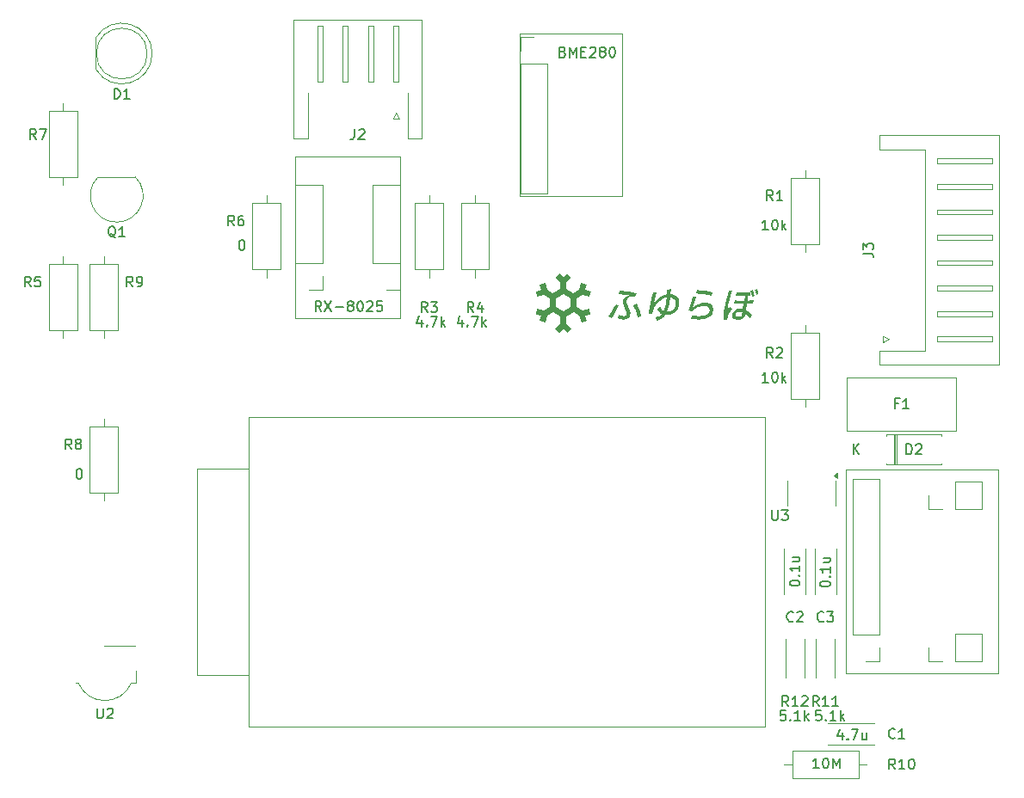
<source format=gbr>
%TF.GenerationSoftware,KiCad,Pcbnew,9.0.0*%
%TF.CreationDate,2025-11-09T18:10:32+09:00*%
%TF.ProjectId,temperature_monitor,74656d70-6572-4617-9475-72655f6d6f6e,0.1.1*%
%TF.SameCoordinates,Original*%
%TF.FileFunction,Legend,Top*%
%TF.FilePolarity,Positive*%
%FSLAX46Y46*%
G04 Gerber Fmt 4.6, Leading zero omitted, Abs format (unit mm)*
G04 Created by KiCad (PCBNEW 9.0.0) date 2025-11-09 18:10:32*
%MOMM*%
%LPD*%
G01*
G04 APERTURE LIST*
%ADD10C,0.100000*%
%ADD11C,0.150000*%
%ADD12C,0.500000*%
%ADD13C,0.120000*%
G04 APERTURE END LIST*
D10*
X150400000Y-57070000D02*
X160500000Y-57070000D01*
X160500000Y-73070000D01*
X150400000Y-73070000D01*
X150400000Y-57070000D01*
X182500000Y-100000000D02*
X197500000Y-100000000D01*
X197500000Y-120000000D01*
X182500000Y-120000000D01*
X182500000Y-100000000D01*
X128300000Y-69100000D02*
X138700000Y-69100000D01*
X138700000Y-85100000D01*
X128300000Y-85100000D01*
X128300000Y-69100000D01*
G36*
X155497557Y-81054265D02*
G01*
X154993806Y-81543972D01*
X154993806Y-82201290D01*
X155714323Y-82621083D01*
X156287988Y-82299293D01*
X156469949Y-81613886D01*
X157043614Y-81760737D01*
X156903480Y-82285249D01*
X157421275Y-82418361D01*
X157274424Y-82977983D01*
X156588712Y-82803044D01*
X156001308Y-83131856D01*
X156001308Y-83978157D01*
X156588712Y-84306969D01*
X157274424Y-84125008D01*
X157407231Y-84684630D01*
X156903480Y-84824459D01*
X157043614Y-85342254D01*
X156497732Y-85482083D01*
X156302032Y-84810720D01*
X155728367Y-84481908D01*
X154993806Y-84908417D01*
X154993806Y-85559019D01*
X155497557Y-86055748D01*
X155084787Y-86461496D01*
X154707126Y-86090553D01*
X154322444Y-86461496D01*
X153909673Y-86055748D01*
X154420446Y-85559019D01*
X154420446Y-84908417D01*
X153692908Y-84481908D01*
X153119242Y-84810720D01*
X152944303Y-85496127D01*
X152370638Y-85342254D01*
X152503750Y-84824459D01*
X152000000Y-84684630D01*
X152146851Y-84125008D01*
X152818518Y-84306969D01*
X153405922Y-83978157D01*
X153405922Y-83131856D01*
X153979588Y-83131856D01*
X153979588Y-83978157D01*
X154707126Y-84397950D01*
X155427643Y-83978157D01*
X155427643Y-83131856D01*
X154707126Y-82705041D01*
X153979588Y-83131856D01*
X153405922Y-83131856D01*
X152818518Y-82803044D01*
X152146851Y-82977983D01*
X152000000Y-82418361D01*
X152503750Y-82285249D01*
X152370638Y-81760737D01*
X152930259Y-81613886D01*
X153105198Y-82299293D01*
X153678864Y-82621083D01*
X154420446Y-82201290D01*
X154420446Y-81543972D01*
X153909673Y-81054265D01*
X154322444Y-80641495D01*
X154707126Y-81012133D01*
X155084787Y-80641495D01*
X155497557Y-81054265D01*
G37*
D11*
X182165350Y-125903152D02*
X182165350Y-126569819D01*
X181927255Y-125522200D02*
X181689160Y-126236485D01*
X181689160Y-126236485D02*
X182308207Y-126236485D01*
X182689160Y-126474580D02*
X182736779Y-126522200D01*
X182736779Y-126522200D02*
X182689160Y-126569819D01*
X182689160Y-126569819D02*
X182641541Y-126522200D01*
X182641541Y-126522200D02*
X182689160Y-126474580D01*
X182689160Y-126474580D02*
X182689160Y-126569819D01*
X183070112Y-125569819D02*
X183736778Y-125569819D01*
X183736778Y-125569819D02*
X183308207Y-126569819D01*
X184546302Y-125903152D02*
X184546302Y-126569819D01*
X184117731Y-125903152D02*
X184117731Y-126426961D01*
X184117731Y-126426961D02*
X184165350Y-126522200D01*
X184165350Y-126522200D02*
X184260588Y-126569819D01*
X184260588Y-126569819D02*
X184403445Y-126569819D01*
X184403445Y-126569819D02*
X184498683Y-126522200D01*
X184498683Y-126522200D02*
X184546302Y-126474580D01*
X130908207Y-84369819D02*
X130574874Y-83893628D01*
X130336779Y-84369819D02*
X130336779Y-83369819D01*
X130336779Y-83369819D02*
X130717731Y-83369819D01*
X130717731Y-83369819D02*
X130812969Y-83417438D01*
X130812969Y-83417438D02*
X130860588Y-83465057D01*
X130860588Y-83465057D02*
X130908207Y-83560295D01*
X130908207Y-83560295D02*
X130908207Y-83703152D01*
X130908207Y-83703152D02*
X130860588Y-83798390D01*
X130860588Y-83798390D02*
X130812969Y-83846009D01*
X130812969Y-83846009D02*
X130717731Y-83893628D01*
X130717731Y-83893628D02*
X130336779Y-83893628D01*
X131241541Y-83369819D02*
X131908207Y-84369819D01*
X131908207Y-83369819D02*
X131241541Y-84369819D01*
X132289160Y-83988866D02*
X133051065Y-83988866D01*
X133670112Y-83798390D02*
X133574874Y-83750771D01*
X133574874Y-83750771D02*
X133527255Y-83703152D01*
X133527255Y-83703152D02*
X133479636Y-83607914D01*
X133479636Y-83607914D02*
X133479636Y-83560295D01*
X133479636Y-83560295D02*
X133527255Y-83465057D01*
X133527255Y-83465057D02*
X133574874Y-83417438D01*
X133574874Y-83417438D02*
X133670112Y-83369819D01*
X133670112Y-83369819D02*
X133860588Y-83369819D01*
X133860588Y-83369819D02*
X133955826Y-83417438D01*
X133955826Y-83417438D02*
X134003445Y-83465057D01*
X134003445Y-83465057D02*
X134051064Y-83560295D01*
X134051064Y-83560295D02*
X134051064Y-83607914D01*
X134051064Y-83607914D02*
X134003445Y-83703152D01*
X134003445Y-83703152D02*
X133955826Y-83750771D01*
X133955826Y-83750771D02*
X133860588Y-83798390D01*
X133860588Y-83798390D02*
X133670112Y-83798390D01*
X133670112Y-83798390D02*
X133574874Y-83846009D01*
X133574874Y-83846009D02*
X133527255Y-83893628D01*
X133527255Y-83893628D02*
X133479636Y-83988866D01*
X133479636Y-83988866D02*
X133479636Y-84179342D01*
X133479636Y-84179342D02*
X133527255Y-84274580D01*
X133527255Y-84274580D02*
X133574874Y-84322200D01*
X133574874Y-84322200D02*
X133670112Y-84369819D01*
X133670112Y-84369819D02*
X133860588Y-84369819D01*
X133860588Y-84369819D02*
X133955826Y-84322200D01*
X133955826Y-84322200D02*
X134003445Y-84274580D01*
X134003445Y-84274580D02*
X134051064Y-84179342D01*
X134051064Y-84179342D02*
X134051064Y-83988866D01*
X134051064Y-83988866D02*
X134003445Y-83893628D01*
X134003445Y-83893628D02*
X133955826Y-83846009D01*
X133955826Y-83846009D02*
X133860588Y-83798390D01*
X134670112Y-83369819D02*
X134765350Y-83369819D01*
X134765350Y-83369819D02*
X134860588Y-83417438D01*
X134860588Y-83417438D02*
X134908207Y-83465057D01*
X134908207Y-83465057D02*
X134955826Y-83560295D01*
X134955826Y-83560295D02*
X135003445Y-83750771D01*
X135003445Y-83750771D02*
X135003445Y-83988866D01*
X135003445Y-83988866D02*
X134955826Y-84179342D01*
X134955826Y-84179342D02*
X134908207Y-84274580D01*
X134908207Y-84274580D02*
X134860588Y-84322200D01*
X134860588Y-84322200D02*
X134765350Y-84369819D01*
X134765350Y-84369819D02*
X134670112Y-84369819D01*
X134670112Y-84369819D02*
X134574874Y-84322200D01*
X134574874Y-84322200D02*
X134527255Y-84274580D01*
X134527255Y-84274580D02*
X134479636Y-84179342D01*
X134479636Y-84179342D02*
X134432017Y-83988866D01*
X134432017Y-83988866D02*
X134432017Y-83750771D01*
X134432017Y-83750771D02*
X134479636Y-83560295D01*
X134479636Y-83560295D02*
X134527255Y-83465057D01*
X134527255Y-83465057D02*
X134574874Y-83417438D01*
X134574874Y-83417438D02*
X134670112Y-83369819D01*
X135384398Y-83465057D02*
X135432017Y-83417438D01*
X135432017Y-83417438D02*
X135527255Y-83369819D01*
X135527255Y-83369819D02*
X135765350Y-83369819D01*
X135765350Y-83369819D02*
X135860588Y-83417438D01*
X135860588Y-83417438D02*
X135908207Y-83465057D01*
X135908207Y-83465057D02*
X135955826Y-83560295D01*
X135955826Y-83560295D02*
X135955826Y-83655533D01*
X135955826Y-83655533D02*
X135908207Y-83798390D01*
X135908207Y-83798390D02*
X135336779Y-84369819D01*
X135336779Y-84369819D02*
X135955826Y-84369819D01*
X136860588Y-83369819D02*
X136384398Y-83369819D01*
X136384398Y-83369819D02*
X136336779Y-83846009D01*
X136336779Y-83846009D02*
X136384398Y-83798390D01*
X136384398Y-83798390D02*
X136479636Y-83750771D01*
X136479636Y-83750771D02*
X136717731Y-83750771D01*
X136717731Y-83750771D02*
X136812969Y-83798390D01*
X136812969Y-83798390D02*
X136860588Y-83846009D01*
X136860588Y-83846009D02*
X136908207Y-83941247D01*
X136908207Y-83941247D02*
X136908207Y-84179342D01*
X136908207Y-84179342D02*
X136860588Y-84274580D01*
X136860588Y-84274580D02*
X136812969Y-84322200D01*
X136812969Y-84322200D02*
X136717731Y-84369819D01*
X136717731Y-84369819D02*
X136479636Y-84369819D01*
X136479636Y-84369819D02*
X136384398Y-84322200D01*
X136384398Y-84322200D02*
X136336779Y-84274580D01*
D12*
G36*
X160619330Y-85190404D02*
G01*
X160477389Y-85184191D01*
X160341351Y-85165827D01*
X160045817Y-85092554D01*
X160164733Y-84760232D01*
X160342040Y-84814945D01*
X160497223Y-84845269D01*
X160633374Y-84854723D01*
X160772695Y-84840351D01*
X160860672Y-84804043D01*
X160903836Y-84764531D01*
X160935513Y-84709412D01*
X160955163Y-84634294D01*
X160958220Y-84559701D01*
X160946310Y-84476910D01*
X160881738Y-84281058D01*
X160692755Y-83864776D01*
X160631878Y-83706531D01*
X160596584Y-83576264D01*
X160582213Y-83445613D01*
X160591394Y-83298285D01*
X160628312Y-83181584D01*
X160699777Y-83070987D01*
X160799559Y-82978027D01*
X160932418Y-82903070D01*
X161085244Y-82856570D01*
X161269931Y-82840025D01*
X161465784Y-82847047D01*
X161472806Y-82826133D01*
X160913184Y-82735153D01*
X160171602Y-82658217D01*
X160276626Y-82329405D01*
X161168418Y-82434429D01*
X161538973Y-82496280D01*
X161937936Y-82581280D01*
X161811998Y-82927494D01*
X161661636Y-82923983D01*
X161425451Y-82938271D01*
X161250713Y-82976084D01*
X161124047Y-83031540D01*
X161034597Y-83101455D01*
X160974769Y-83185800D01*
X160941120Y-83287752D01*
X160936954Y-83407623D01*
X160961565Y-83549112D01*
X161021567Y-83717925D01*
X161203375Y-84106119D01*
X161266217Y-84265648D01*
X161301378Y-84403484D01*
X161314463Y-84540356D01*
X161304889Y-84679784D01*
X161275567Y-84798135D01*
X161228842Y-84898838D01*
X161164982Y-84984718D01*
X161082780Y-85057597D01*
X160954270Y-85129470D01*
X160801688Y-85174460D01*
X160619330Y-85190404D01*
G37*
G36*
X161986937Y-85012107D02*
G01*
X161915507Y-84655361D01*
X161827392Y-84331235D01*
X161723786Y-84037078D01*
X161605613Y-83770437D01*
X161951980Y-83613053D01*
X162115377Y-84004109D01*
X162246116Y-84418390D01*
X162343684Y-84858081D01*
X161986937Y-85012107D01*
G37*
G36*
X159146851Y-84854723D02*
G01*
X159322972Y-84627899D01*
X159503505Y-84360101D01*
X159688501Y-84046757D01*
X159877900Y-83682968D01*
X160199690Y-83791351D01*
X160030283Y-84118144D01*
X159839432Y-84448975D01*
X159636080Y-84765575D01*
X159444216Y-85029509D01*
X159146851Y-84854723D01*
G37*
G36*
X165255517Y-82693174D02*
G01*
X165450000Y-82716745D01*
X165617604Y-82765701D01*
X165762626Y-82838346D01*
X165890209Y-82936910D01*
X165990285Y-83055036D01*
X166065182Y-83195093D01*
X166110860Y-83347981D01*
X166127435Y-83517398D01*
X166112504Y-83707392D01*
X166064695Y-83913699D01*
X165989915Y-84096213D01*
X165888564Y-84258312D01*
X165761703Y-84401387D01*
X165613806Y-84521073D01*
X165442668Y-84618571D01*
X165258124Y-84688769D01*
X165055694Y-84732895D01*
X164832366Y-84749699D01*
X164758941Y-84749699D01*
X164656178Y-84875252D01*
X164540436Y-84984535D01*
X164410894Y-85078510D01*
X164270831Y-85157057D01*
X164110158Y-85227251D01*
X163926530Y-85288407D01*
X163818148Y-84991041D01*
X164012732Y-84925480D01*
X164167873Y-84856402D01*
X164306250Y-84772039D01*
X164423107Y-84672762D01*
X164307790Y-84608858D01*
X164201710Y-84521825D01*
X164114277Y-84420887D01*
X164944260Y-84420887D01*
X165114413Y-84401979D01*
X165261912Y-84361700D01*
X165390252Y-84301544D01*
X165502202Y-84221676D01*
X165597098Y-84122505D01*
X165673365Y-84004135D01*
X165731306Y-83863627D01*
X165769801Y-83697012D01*
X165782190Y-83550727D01*
X165768885Y-83427432D01*
X165733023Y-83322396D01*
X165675309Y-83231882D01*
X165598167Y-83156506D01*
X165500608Y-83095389D01*
X165378776Y-83048784D01*
X165227581Y-83018475D01*
X165154156Y-83626945D01*
X165093002Y-83940994D01*
X165022414Y-84203470D01*
X164944260Y-84420887D01*
X164114277Y-84420887D01*
X164103916Y-84408925D01*
X164014294Y-84266215D01*
X163933552Y-84088716D01*
X164213363Y-83882331D01*
X164295950Y-84069004D01*
X164382959Y-84204121D01*
X164452762Y-84278367D01*
X164532190Y-84336307D01*
X164622470Y-84379060D01*
X164688608Y-84204502D01*
X164753516Y-83963675D01*
X164814964Y-83640989D01*
X164857584Y-83338101D01*
X164888389Y-83025497D01*
X164719211Y-83064358D01*
X164550530Y-83127377D01*
X164381096Y-83216210D01*
X164209852Y-83333243D01*
X164054123Y-83466249D01*
X163912135Y-83616478D01*
X163783368Y-83785024D01*
X163667633Y-83973312D01*
X163600978Y-84107948D01*
X163555739Y-84221676D01*
X163521838Y-84338812D01*
X163492847Y-84483932D01*
X163468270Y-84648338D01*
X163129077Y-84662229D01*
X163155334Y-84401805D01*
X163206014Y-84036204D01*
X163282250Y-83626229D01*
X163398646Y-83122621D01*
X163562761Y-82511366D01*
X163908975Y-82539301D01*
X163714605Y-83234810D01*
X163583827Y-83787840D01*
X163604740Y-83787840D01*
X163695649Y-83569744D01*
X163809858Y-83376886D01*
X163947572Y-83206581D01*
X164110018Y-83056943D01*
X164292296Y-82930204D01*
X164485752Y-82830767D01*
X164691939Y-82757601D01*
X164912814Y-82710576D01*
X164940749Y-82234913D01*
X165287116Y-82210489D01*
X165255517Y-82693174D01*
G37*
G36*
X169269343Y-82854069D02*
G01*
X168945907Y-82783215D01*
X168554016Y-82715919D01*
X168150370Y-82662029D01*
X167751373Y-82623259D01*
X167873800Y-82280403D01*
X168279051Y-82321879D01*
X168685144Y-82376574D01*
X169076791Y-82443381D01*
X169388258Y-82511366D01*
X169269343Y-82854069D01*
G37*
G36*
X167370049Y-84767254D02*
G01*
X167750165Y-84832104D01*
X168045075Y-84851212D01*
X168362265Y-84834965D01*
X168605815Y-84791458D01*
X168790016Y-84727106D01*
X168913350Y-84653243D01*
X169004428Y-84562715D01*
X169067874Y-84453982D01*
X169104937Y-84323037D01*
X169111456Y-84207274D01*
X169092399Y-84113528D01*
X169050453Y-84036191D01*
X168984189Y-83971632D01*
X168871395Y-83911408D01*
X168710420Y-83870161D01*
X168485781Y-83854396D01*
X168253538Y-83870412D01*
X168043030Y-83916883D01*
X167850902Y-83992546D01*
X167671720Y-84095901D01*
X167514412Y-84218641D01*
X167377071Y-84361505D01*
X167058792Y-84323037D01*
X167259878Y-83643155D01*
X167475074Y-82948560D01*
X167821288Y-82983517D01*
X167562543Y-83784329D01*
X167471563Y-84071161D01*
X167495987Y-84074672D01*
X167639867Y-83908090D01*
X167798403Y-83774312D01*
X167972909Y-83670494D01*
X168165637Y-83595252D01*
X168379664Y-83548731D01*
X168618741Y-83532606D01*
X168847036Y-83547788D01*
X169031133Y-83589593D01*
X169179053Y-83653937D01*
X169297278Y-83738991D01*
X169375181Y-83825898D01*
X169430713Y-83924288D01*
X169465079Y-84036452D01*
X169477486Y-84165682D01*
X169465195Y-84316015D01*
X169422641Y-84492581D01*
X169355750Y-84645045D01*
X169264942Y-84777148D01*
X169148817Y-84891434D01*
X169004257Y-84989080D01*
X168826633Y-85069802D01*
X168610037Y-85131889D01*
X168347506Y-85172315D01*
X168031184Y-85186893D01*
X167789362Y-85178198D01*
X167538981Y-85151656D01*
X167279221Y-85106446D01*
X167370049Y-84767254D01*
G37*
G36*
X171362809Y-82385428D02*
G01*
X171199508Y-82836996D01*
X171063612Y-83277219D01*
X170954474Y-83704300D01*
X170890657Y-84036204D01*
X170837214Y-84407304D01*
X170817232Y-84609870D01*
X170841656Y-84609870D01*
X170891607Y-84445189D01*
X170948360Y-84293270D01*
X171019026Y-84142469D01*
X171121467Y-83962779D01*
X171338232Y-84088716D01*
X171142279Y-84404264D01*
X171021785Y-84623913D01*
X170931350Y-84828106D01*
X170876613Y-85001574D01*
X170855700Y-85193915D01*
X170495442Y-85225362D01*
X170492600Y-84831832D01*
X170516853Y-84431090D01*
X170568867Y-84022160D01*
X170635353Y-83666156D01*
X170741822Y-83237072D01*
X170874035Y-82797840D01*
X171033997Y-82343449D01*
X171362809Y-82385428D01*
G37*
G36*
X172179935Y-82526576D02*
G01*
X172751330Y-82532279D01*
X173128990Y-82525257D01*
X173094033Y-82829492D01*
X172905203Y-82833003D01*
X172824755Y-83329732D01*
X173168125Y-83314979D01*
X173433378Y-83294774D01*
X173401779Y-83606031D01*
X173113786Y-83625682D01*
X172775754Y-83637478D01*
X172674393Y-84288080D01*
X172876133Y-84404865D01*
X173083267Y-84558382D01*
X173296907Y-84753210D01*
X173076631Y-85018976D01*
X172926077Y-84864763D01*
X172773424Y-84733612D01*
X172618370Y-84623761D01*
X172604479Y-84718252D01*
X172575066Y-84832506D01*
X172527630Y-84930160D01*
X172462151Y-85013908D01*
X172377028Y-85085380D01*
X172244980Y-85154180D01*
X172078764Y-85198653D01*
X171869918Y-85214829D01*
X171728293Y-85204310D01*
X171610942Y-85174907D01*
X171513540Y-85128732D01*
X171432724Y-85066298D01*
X171368426Y-84987166D01*
X171327985Y-84897937D01*
X171310327Y-84795673D01*
X171313456Y-84742244D01*
X171642948Y-84742244D01*
X171660831Y-84801752D01*
X171698490Y-84849380D01*
X171751425Y-84883137D01*
X171825038Y-84905632D01*
X171925942Y-84914105D01*
X172038916Y-84905906D01*
X172123631Y-84883998D01*
X172186366Y-84851212D01*
X172236969Y-84803143D01*
X172273801Y-84739203D01*
X172296580Y-84655360D01*
X172324668Y-84476910D01*
X172150783Y-84431783D01*
X171992345Y-84417528D01*
X171894069Y-84425753D01*
X171815511Y-84448473D01*
X171752682Y-84483932D01*
X171701337Y-84533498D01*
X171666092Y-84593323D01*
X171646131Y-84665740D01*
X171642948Y-84742244D01*
X171313456Y-84742244D01*
X171317319Y-84676273D01*
X171348973Y-84549454D01*
X171399085Y-84441041D01*
X171467396Y-84348135D01*
X171555150Y-84268845D01*
X171692540Y-84190397D01*
X171857051Y-84141172D01*
X172055238Y-84123674D01*
X172214429Y-84135054D01*
X172370006Y-84169164D01*
X172453964Y-83640989D01*
X171967352Y-83635692D01*
X171499127Y-83620075D01*
X171558661Y-83308666D01*
X171947387Y-83326357D01*
X172502965Y-83333243D01*
X172579902Y-82836514D01*
X172148290Y-82831414D01*
X171684599Y-82815601D01*
X171743981Y-82511366D01*
X172179935Y-82526576D01*
G37*
G36*
X173456157Y-82565474D02*
G01*
X173503292Y-82836514D01*
X173265461Y-82899559D01*
X173213714Y-82625637D01*
X173139523Y-82336427D01*
X173380866Y-82273381D01*
X173456157Y-82565474D01*
G37*
G36*
X173867697Y-82472350D02*
G01*
X173912552Y-82724620D01*
X173685101Y-82791024D01*
X173621674Y-82467007D01*
X173555805Y-82228044D01*
X173786614Y-82161488D01*
X173867697Y-82472350D01*
G37*
D11*
X176969819Y-111172744D02*
X176969819Y-111077506D01*
X176969819Y-111077506D02*
X177017438Y-110982268D01*
X177017438Y-110982268D02*
X177065057Y-110934649D01*
X177065057Y-110934649D02*
X177160295Y-110887030D01*
X177160295Y-110887030D02*
X177350771Y-110839411D01*
X177350771Y-110839411D02*
X177588866Y-110839411D01*
X177588866Y-110839411D02*
X177779342Y-110887030D01*
X177779342Y-110887030D02*
X177874580Y-110934649D01*
X177874580Y-110934649D02*
X177922200Y-110982268D01*
X177922200Y-110982268D02*
X177969819Y-111077506D01*
X177969819Y-111077506D02*
X177969819Y-111172744D01*
X177969819Y-111172744D02*
X177922200Y-111267982D01*
X177922200Y-111267982D02*
X177874580Y-111315601D01*
X177874580Y-111315601D02*
X177779342Y-111363220D01*
X177779342Y-111363220D02*
X177588866Y-111410839D01*
X177588866Y-111410839D02*
X177350771Y-111410839D01*
X177350771Y-111410839D02*
X177160295Y-111363220D01*
X177160295Y-111363220D02*
X177065057Y-111315601D01*
X177065057Y-111315601D02*
X177017438Y-111267982D01*
X177017438Y-111267982D02*
X176969819Y-111172744D01*
X177874580Y-110410839D02*
X177922200Y-110363220D01*
X177922200Y-110363220D02*
X177969819Y-110410839D01*
X177969819Y-110410839D02*
X177922200Y-110458458D01*
X177922200Y-110458458D02*
X177874580Y-110410839D01*
X177874580Y-110410839D02*
X177969819Y-110410839D01*
X177969819Y-109410840D02*
X177969819Y-109982268D01*
X177969819Y-109696554D02*
X176969819Y-109696554D01*
X176969819Y-109696554D02*
X177112676Y-109791792D01*
X177112676Y-109791792D02*
X177207914Y-109887030D01*
X177207914Y-109887030D02*
X177255533Y-109982268D01*
X177303152Y-108553697D02*
X177969819Y-108553697D01*
X177303152Y-108982268D02*
X177826961Y-108982268D01*
X177826961Y-108982268D02*
X177922200Y-108934649D01*
X177922200Y-108934649D02*
X177969819Y-108839411D01*
X177969819Y-108839411D02*
X177969819Y-108696554D01*
X177969819Y-108696554D02*
X177922200Y-108601316D01*
X177922200Y-108601316D02*
X177874580Y-108553697D01*
X174860588Y-91369819D02*
X174289160Y-91369819D01*
X174574874Y-91369819D02*
X174574874Y-90369819D01*
X174574874Y-90369819D02*
X174479636Y-90512676D01*
X174479636Y-90512676D02*
X174384398Y-90607914D01*
X174384398Y-90607914D02*
X174289160Y-90655533D01*
X175479636Y-90369819D02*
X175574874Y-90369819D01*
X175574874Y-90369819D02*
X175670112Y-90417438D01*
X175670112Y-90417438D02*
X175717731Y-90465057D01*
X175717731Y-90465057D02*
X175765350Y-90560295D01*
X175765350Y-90560295D02*
X175812969Y-90750771D01*
X175812969Y-90750771D02*
X175812969Y-90988866D01*
X175812969Y-90988866D02*
X175765350Y-91179342D01*
X175765350Y-91179342D02*
X175717731Y-91274580D01*
X175717731Y-91274580D02*
X175670112Y-91322200D01*
X175670112Y-91322200D02*
X175574874Y-91369819D01*
X175574874Y-91369819D02*
X175479636Y-91369819D01*
X175479636Y-91369819D02*
X175384398Y-91322200D01*
X175384398Y-91322200D02*
X175336779Y-91274580D01*
X175336779Y-91274580D02*
X175289160Y-91179342D01*
X175289160Y-91179342D02*
X175241541Y-90988866D01*
X175241541Y-90988866D02*
X175241541Y-90750771D01*
X175241541Y-90750771D02*
X175289160Y-90560295D01*
X175289160Y-90560295D02*
X175336779Y-90465057D01*
X175336779Y-90465057D02*
X175384398Y-90417438D01*
X175384398Y-90417438D02*
X175479636Y-90369819D01*
X176241541Y-91369819D02*
X176241541Y-90369819D01*
X176336779Y-90988866D02*
X176622493Y-91369819D01*
X176622493Y-90703152D02*
X176241541Y-91084104D01*
X144765350Y-85203152D02*
X144765350Y-85869819D01*
X144527255Y-84822200D02*
X144289160Y-85536485D01*
X144289160Y-85536485D02*
X144908207Y-85536485D01*
X145289160Y-85774580D02*
X145336779Y-85822200D01*
X145336779Y-85822200D02*
X145289160Y-85869819D01*
X145289160Y-85869819D02*
X145241541Y-85822200D01*
X145241541Y-85822200D02*
X145289160Y-85774580D01*
X145289160Y-85774580D02*
X145289160Y-85869819D01*
X145670112Y-84869819D02*
X146336778Y-84869819D01*
X146336778Y-84869819D02*
X145908207Y-85869819D01*
X146717731Y-85869819D02*
X146717731Y-84869819D01*
X146812969Y-85488866D02*
X147098683Y-85869819D01*
X147098683Y-85203152D02*
X146717731Y-85584104D01*
X179860588Y-129369819D02*
X179289160Y-129369819D01*
X179574874Y-129369819D02*
X179574874Y-128369819D01*
X179574874Y-128369819D02*
X179479636Y-128512676D01*
X179479636Y-128512676D02*
X179384398Y-128607914D01*
X179384398Y-128607914D02*
X179289160Y-128655533D01*
X180479636Y-128369819D02*
X180574874Y-128369819D01*
X180574874Y-128369819D02*
X180670112Y-128417438D01*
X180670112Y-128417438D02*
X180717731Y-128465057D01*
X180717731Y-128465057D02*
X180765350Y-128560295D01*
X180765350Y-128560295D02*
X180812969Y-128750771D01*
X180812969Y-128750771D02*
X180812969Y-128988866D01*
X180812969Y-128988866D02*
X180765350Y-129179342D01*
X180765350Y-129179342D02*
X180717731Y-129274580D01*
X180717731Y-129274580D02*
X180670112Y-129322200D01*
X180670112Y-129322200D02*
X180574874Y-129369819D01*
X180574874Y-129369819D02*
X180479636Y-129369819D01*
X180479636Y-129369819D02*
X180384398Y-129322200D01*
X180384398Y-129322200D02*
X180336779Y-129274580D01*
X180336779Y-129274580D02*
X180289160Y-129179342D01*
X180289160Y-129179342D02*
X180241541Y-128988866D01*
X180241541Y-128988866D02*
X180241541Y-128750771D01*
X180241541Y-128750771D02*
X180289160Y-128560295D01*
X180289160Y-128560295D02*
X180336779Y-128465057D01*
X180336779Y-128465057D02*
X180384398Y-128417438D01*
X180384398Y-128417438D02*
X180479636Y-128369819D01*
X181241541Y-129369819D02*
X181241541Y-128369819D01*
X181241541Y-128369819D02*
X181574874Y-129084104D01*
X181574874Y-129084104D02*
X181908207Y-128369819D01*
X181908207Y-128369819D02*
X181908207Y-129369819D01*
X176562969Y-123669819D02*
X176086779Y-123669819D01*
X176086779Y-123669819D02*
X176039160Y-124146009D01*
X176039160Y-124146009D02*
X176086779Y-124098390D01*
X176086779Y-124098390D02*
X176182017Y-124050771D01*
X176182017Y-124050771D02*
X176420112Y-124050771D01*
X176420112Y-124050771D02*
X176515350Y-124098390D01*
X176515350Y-124098390D02*
X176562969Y-124146009D01*
X176562969Y-124146009D02*
X176610588Y-124241247D01*
X176610588Y-124241247D02*
X176610588Y-124479342D01*
X176610588Y-124479342D02*
X176562969Y-124574580D01*
X176562969Y-124574580D02*
X176515350Y-124622200D01*
X176515350Y-124622200D02*
X176420112Y-124669819D01*
X176420112Y-124669819D02*
X176182017Y-124669819D01*
X176182017Y-124669819D02*
X176086779Y-124622200D01*
X176086779Y-124622200D02*
X176039160Y-124574580D01*
X177039160Y-124574580D02*
X177086779Y-124622200D01*
X177086779Y-124622200D02*
X177039160Y-124669819D01*
X177039160Y-124669819D02*
X176991541Y-124622200D01*
X176991541Y-124622200D02*
X177039160Y-124574580D01*
X177039160Y-124574580D02*
X177039160Y-124669819D01*
X178039159Y-124669819D02*
X177467731Y-124669819D01*
X177753445Y-124669819D02*
X177753445Y-123669819D01*
X177753445Y-123669819D02*
X177658207Y-123812676D01*
X177658207Y-123812676D02*
X177562969Y-123907914D01*
X177562969Y-123907914D02*
X177467731Y-123955533D01*
X178467731Y-124669819D02*
X178467731Y-123669819D01*
X178562969Y-124288866D02*
X178848683Y-124669819D01*
X178848683Y-124003152D02*
X178467731Y-124384104D01*
X140765350Y-85203152D02*
X140765350Y-85869819D01*
X140527255Y-84822200D02*
X140289160Y-85536485D01*
X140289160Y-85536485D02*
X140908207Y-85536485D01*
X141289160Y-85774580D02*
X141336779Y-85822200D01*
X141336779Y-85822200D02*
X141289160Y-85869819D01*
X141289160Y-85869819D02*
X141241541Y-85822200D01*
X141241541Y-85822200D02*
X141289160Y-85774580D01*
X141289160Y-85774580D02*
X141289160Y-85869819D01*
X141670112Y-84869819D02*
X142336778Y-84869819D01*
X142336778Y-84869819D02*
X141908207Y-85869819D01*
X142717731Y-85869819D02*
X142717731Y-84869819D01*
X142812969Y-85488866D02*
X143098683Y-85869819D01*
X143098683Y-85203152D02*
X142717731Y-85584104D01*
X180062969Y-123669819D02*
X179586779Y-123669819D01*
X179586779Y-123669819D02*
X179539160Y-124146009D01*
X179539160Y-124146009D02*
X179586779Y-124098390D01*
X179586779Y-124098390D02*
X179682017Y-124050771D01*
X179682017Y-124050771D02*
X179920112Y-124050771D01*
X179920112Y-124050771D02*
X180015350Y-124098390D01*
X180015350Y-124098390D02*
X180062969Y-124146009D01*
X180062969Y-124146009D02*
X180110588Y-124241247D01*
X180110588Y-124241247D02*
X180110588Y-124479342D01*
X180110588Y-124479342D02*
X180062969Y-124574580D01*
X180062969Y-124574580D02*
X180015350Y-124622200D01*
X180015350Y-124622200D02*
X179920112Y-124669819D01*
X179920112Y-124669819D02*
X179682017Y-124669819D01*
X179682017Y-124669819D02*
X179586779Y-124622200D01*
X179586779Y-124622200D02*
X179539160Y-124574580D01*
X180539160Y-124574580D02*
X180586779Y-124622200D01*
X180586779Y-124622200D02*
X180539160Y-124669819D01*
X180539160Y-124669819D02*
X180491541Y-124622200D01*
X180491541Y-124622200D02*
X180539160Y-124574580D01*
X180539160Y-124574580D02*
X180539160Y-124669819D01*
X181539159Y-124669819D02*
X180967731Y-124669819D01*
X181253445Y-124669819D02*
X181253445Y-123669819D01*
X181253445Y-123669819D02*
X181158207Y-123812676D01*
X181158207Y-123812676D02*
X181062969Y-123907914D01*
X181062969Y-123907914D02*
X180967731Y-123955533D01*
X181967731Y-124669819D02*
X181967731Y-123669819D01*
X182062969Y-124288866D02*
X182348683Y-124669819D01*
X182348683Y-124003152D02*
X181967731Y-124384104D01*
X107027255Y-99869819D02*
X107122493Y-99869819D01*
X107122493Y-99869819D02*
X107217731Y-99917438D01*
X107217731Y-99917438D02*
X107265350Y-99965057D01*
X107265350Y-99965057D02*
X107312969Y-100060295D01*
X107312969Y-100060295D02*
X107360588Y-100250771D01*
X107360588Y-100250771D02*
X107360588Y-100488866D01*
X107360588Y-100488866D02*
X107312969Y-100679342D01*
X107312969Y-100679342D02*
X107265350Y-100774580D01*
X107265350Y-100774580D02*
X107217731Y-100822200D01*
X107217731Y-100822200D02*
X107122493Y-100869819D01*
X107122493Y-100869819D02*
X107027255Y-100869819D01*
X107027255Y-100869819D02*
X106932017Y-100822200D01*
X106932017Y-100822200D02*
X106884398Y-100774580D01*
X106884398Y-100774580D02*
X106836779Y-100679342D01*
X106836779Y-100679342D02*
X106789160Y-100488866D01*
X106789160Y-100488866D02*
X106789160Y-100250771D01*
X106789160Y-100250771D02*
X106836779Y-100060295D01*
X106836779Y-100060295D02*
X106884398Y-99965057D01*
X106884398Y-99965057D02*
X106932017Y-99917438D01*
X106932017Y-99917438D02*
X107027255Y-99869819D01*
X179969819Y-111272744D02*
X179969819Y-111177506D01*
X179969819Y-111177506D02*
X180017438Y-111082268D01*
X180017438Y-111082268D02*
X180065057Y-111034649D01*
X180065057Y-111034649D02*
X180160295Y-110987030D01*
X180160295Y-110987030D02*
X180350771Y-110939411D01*
X180350771Y-110939411D02*
X180588866Y-110939411D01*
X180588866Y-110939411D02*
X180779342Y-110987030D01*
X180779342Y-110987030D02*
X180874580Y-111034649D01*
X180874580Y-111034649D02*
X180922200Y-111082268D01*
X180922200Y-111082268D02*
X180969819Y-111177506D01*
X180969819Y-111177506D02*
X180969819Y-111272744D01*
X180969819Y-111272744D02*
X180922200Y-111367982D01*
X180922200Y-111367982D02*
X180874580Y-111415601D01*
X180874580Y-111415601D02*
X180779342Y-111463220D01*
X180779342Y-111463220D02*
X180588866Y-111510839D01*
X180588866Y-111510839D02*
X180350771Y-111510839D01*
X180350771Y-111510839D02*
X180160295Y-111463220D01*
X180160295Y-111463220D02*
X180065057Y-111415601D01*
X180065057Y-111415601D02*
X180017438Y-111367982D01*
X180017438Y-111367982D02*
X179969819Y-111272744D01*
X180874580Y-110510839D02*
X180922200Y-110463220D01*
X180922200Y-110463220D02*
X180969819Y-110510839D01*
X180969819Y-110510839D02*
X180922200Y-110558458D01*
X180922200Y-110558458D02*
X180874580Y-110510839D01*
X180874580Y-110510839D02*
X180969819Y-110510839D01*
X180969819Y-109510840D02*
X180969819Y-110082268D01*
X180969819Y-109796554D02*
X179969819Y-109796554D01*
X179969819Y-109796554D02*
X180112676Y-109891792D01*
X180112676Y-109891792D02*
X180207914Y-109987030D01*
X180207914Y-109987030D02*
X180255533Y-110082268D01*
X180303152Y-108653697D02*
X180969819Y-108653697D01*
X180303152Y-109082268D02*
X180826961Y-109082268D01*
X180826961Y-109082268D02*
X180922200Y-109034649D01*
X180922200Y-109034649D02*
X180969819Y-108939411D01*
X180969819Y-108939411D02*
X180969819Y-108796554D01*
X180969819Y-108796554D02*
X180922200Y-108701316D01*
X180922200Y-108701316D02*
X180874580Y-108653697D01*
X123027255Y-77369819D02*
X123122493Y-77369819D01*
X123122493Y-77369819D02*
X123217731Y-77417438D01*
X123217731Y-77417438D02*
X123265350Y-77465057D01*
X123265350Y-77465057D02*
X123312969Y-77560295D01*
X123312969Y-77560295D02*
X123360588Y-77750771D01*
X123360588Y-77750771D02*
X123360588Y-77988866D01*
X123360588Y-77988866D02*
X123312969Y-78179342D01*
X123312969Y-78179342D02*
X123265350Y-78274580D01*
X123265350Y-78274580D02*
X123217731Y-78322200D01*
X123217731Y-78322200D02*
X123122493Y-78369819D01*
X123122493Y-78369819D02*
X123027255Y-78369819D01*
X123027255Y-78369819D02*
X122932017Y-78322200D01*
X122932017Y-78322200D02*
X122884398Y-78274580D01*
X122884398Y-78274580D02*
X122836779Y-78179342D01*
X122836779Y-78179342D02*
X122789160Y-77988866D01*
X122789160Y-77988866D02*
X122789160Y-77750771D01*
X122789160Y-77750771D02*
X122836779Y-77560295D01*
X122836779Y-77560295D02*
X122884398Y-77465057D01*
X122884398Y-77465057D02*
X122932017Y-77417438D01*
X122932017Y-77417438D02*
X123027255Y-77369819D01*
X174860588Y-76369819D02*
X174289160Y-76369819D01*
X174574874Y-76369819D02*
X174574874Y-75369819D01*
X174574874Y-75369819D02*
X174479636Y-75512676D01*
X174479636Y-75512676D02*
X174384398Y-75607914D01*
X174384398Y-75607914D02*
X174289160Y-75655533D01*
X175479636Y-75369819D02*
X175574874Y-75369819D01*
X175574874Y-75369819D02*
X175670112Y-75417438D01*
X175670112Y-75417438D02*
X175717731Y-75465057D01*
X175717731Y-75465057D02*
X175765350Y-75560295D01*
X175765350Y-75560295D02*
X175812969Y-75750771D01*
X175812969Y-75750771D02*
X175812969Y-75988866D01*
X175812969Y-75988866D02*
X175765350Y-76179342D01*
X175765350Y-76179342D02*
X175717731Y-76274580D01*
X175717731Y-76274580D02*
X175670112Y-76322200D01*
X175670112Y-76322200D02*
X175574874Y-76369819D01*
X175574874Y-76369819D02*
X175479636Y-76369819D01*
X175479636Y-76369819D02*
X175384398Y-76322200D01*
X175384398Y-76322200D02*
X175336779Y-76274580D01*
X175336779Y-76274580D02*
X175289160Y-76179342D01*
X175289160Y-76179342D02*
X175241541Y-75988866D01*
X175241541Y-75988866D02*
X175241541Y-75750771D01*
X175241541Y-75750771D02*
X175289160Y-75560295D01*
X175289160Y-75560295D02*
X175336779Y-75465057D01*
X175336779Y-75465057D02*
X175384398Y-75417438D01*
X175384398Y-75417438D02*
X175479636Y-75369819D01*
X176241541Y-76369819D02*
X176241541Y-75369819D01*
X176336779Y-75988866D02*
X176622493Y-76369819D01*
X176622493Y-75703152D02*
X176241541Y-76084104D01*
X154670112Y-58846009D02*
X154812969Y-58893628D01*
X154812969Y-58893628D02*
X154860588Y-58941247D01*
X154860588Y-58941247D02*
X154908207Y-59036485D01*
X154908207Y-59036485D02*
X154908207Y-59179342D01*
X154908207Y-59179342D02*
X154860588Y-59274580D01*
X154860588Y-59274580D02*
X154812969Y-59322200D01*
X154812969Y-59322200D02*
X154717731Y-59369819D01*
X154717731Y-59369819D02*
X154336779Y-59369819D01*
X154336779Y-59369819D02*
X154336779Y-58369819D01*
X154336779Y-58369819D02*
X154670112Y-58369819D01*
X154670112Y-58369819D02*
X154765350Y-58417438D01*
X154765350Y-58417438D02*
X154812969Y-58465057D01*
X154812969Y-58465057D02*
X154860588Y-58560295D01*
X154860588Y-58560295D02*
X154860588Y-58655533D01*
X154860588Y-58655533D02*
X154812969Y-58750771D01*
X154812969Y-58750771D02*
X154765350Y-58798390D01*
X154765350Y-58798390D02*
X154670112Y-58846009D01*
X154670112Y-58846009D02*
X154336779Y-58846009D01*
X155336779Y-59369819D02*
X155336779Y-58369819D01*
X155336779Y-58369819D02*
X155670112Y-59084104D01*
X155670112Y-59084104D02*
X156003445Y-58369819D01*
X156003445Y-58369819D02*
X156003445Y-59369819D01*
X156479636Y-58846009D02*
X156812969Y-58846009D01*
X156955826Y-59369819D02*
X156479636Y-59369819D01*
X156479636Y-59369819D02*
X156479636Y-58369819D01*
X156479636Y-58369819D02*
X156955826Y-58369819D01*
X157336779Y-58465057D02*
X157384398Y-58417438D01*
X157384398Y-58417438D02*
X157479636Y-58369819D01*
X157479636Y-58369819D02*
X157717731Y-58369819D01*
X157717731Y-58369819D02*
X157812969Y-58417438D01*
X157812969Y-58417438D02*
X157860588Y-58465057D01*
X157860588Y-58465057D02*
X157908207Y-58560295D01*
X157908207Y-58560295D02*
X157908207Y-58655533D01*
X157908207Y-58655533D02*
X157860588Y-58798390D01*
X157860588Y-58798390D02*
X157289160Y-59369819D01*
X157289160Y-59369819D02*
X157908207Y-59369819D01*
X158479636Y-58798390D02*
X158384398Y-58750771D01*
X158384398Y-58750771D02*
X158336779Y-58703152D01*
X158336779Y-58703152D02*
X158289160Y-58607914D01*
X158289160Y-58607914D02*
X158289160Y-58560295D01*
X158289160Y-58560295D02*
X158336779Y-58465057D01*
X158336779Y-58465057D02*
X158384398Y-58417438D01*
X158384398Y-58417438D02*
X158479636Y-58369819D01*
X158479636Y-58369819D02*
X158670112Y-58369819D01*
X158670112Y-58369819D02*
X158765350Y-58417438D01*
X158765350Y-58417438D02*
X158812969Y-58465057D01*
X158812969Y-58465057D02*
X158860588Y-58560295D01*
X158860588Y-58560295D02*
X158860588Y-58607914D01*
X158860588Y-58607914D02*
X158812969Y-58703152D01*
X158812969Y-58703152D02*
X158765350Y-58750771D01*
X158765350Y-58750771D02*
X158670112Y-58798390D01*
X158670112Y-58798390D02*
X158479636Y-58798390D01*
X158479636Y-58798390D02*
X158384398Y-58846009D01*
X158384398Y-58846009D02*
X158336779Y-58893628D01*
X158336779Y-58893628D02*
X158289160Y-58988866D01*
X158289160Y-58988866D02*
X158289160Y-59179342D01*
X158289160Y-59179342D02*
X158336779Y-59274580D01*
X158336779Y-59274580D02*
X158384398Y-59322200D01*
X158384398Y-59322200D02*
X158479636Y-59369819D01*
X158479636Y-59369819D02*
X158670112Y-59369819D01*
X158670112Y-59369819D02*
X158765350Y-59322200D01*
X158765350Y-59322200D02*
X158812969Y-59274580D01*
X158812969Y-59274580D02*
X158860588Y-59179342D01*
X158860588Y-59179342D02*
X158860588Y-58988866D01*
X158860588Y-58988866D02*
X158812969Y-58893628D01*
X158812969Y-58893628D02*
X158765350Y-58846009D01*
X158765350Y-58846009D02*
X158670112Y-58798390D01*
X159479636Y-58369819D02*
X159574874Y-58369819D01*
X159574874Y-58369819D02*
X159670112Y-58417438D01*
X159670112Y-58417438D02*
X159717731Y-58465057D01*
X159717731Y-58465057D02*
X159765350Y-58560295D01*
X159765350Y-58560295D02*
X159812969Y-58750771D01*
X159812969Y-58750771D02*
X159812969Y-58988866D01*
X159812969Y-58988866D02*
X159765350Y-59179342D01*
X159765350Y-59179342D02*
X159717731Y-59274580D01*
X159717731Y-59274580D02*
X159670112Y-59322200D01*
X159670112Y-59322200D02*
X159574874Y-59369819D01*
X159574874Y-59369819D02*
X159479636Y-59369819D01*
X159479636Y-59369819D02*
X159384398Y-59322200D01*
X159384398Y-59322200D02*
X159336779Y-59274580D01*
X159336779Y-59274580D02*
X159289160Y-59179342D01*
X159289160Y-59179342D02*
X159241541Y-58988866D01*
X159241541Y-58988866D02*
X159241541Y-58750771D01*
X159241541Y-58750771D02*
X159289160Y-58560295D01*
X159289160Y-58560295D02*
X159336779Y-58465057D01*
X159336779Y-58465057D02*
X159384398Y-58417438D01*
X159384398Y-58417438D02*
X159479636Y-58369819D01*
X184204819Y-78683333D02*
X184919104Y-78683333D01*
X184919104Y-78683333D02*
X185061961Y-78730952D01*
X185061961Y-78730952D02*
X185157200Y-78826190D01*
X185157200Y-78826190D02*
X185204819Y-78969047D01*
X185204819Y-78969047D02*
X185204819Y-79064285D01*
X184204819Y-78302380D02*
X184204819Y-77683333D01*
X184204819Y-77683333D02*
X184585771Y-78016666D01*
X184585771Y-78016666D02*
X184585771Y-77873809D01*
X184585771Y-77873809D02*
X184633390Y-77778571D01*
X184633390Y-77778571D02*
X184681009Y-77730952D01*
X184681009Y-77730952D02*
X184776247Y-77683333D01*
X184776247Y-77683333D02*
X185014342Y-77683333D01*
X185014342Y-77683333D02*
X185109580Y-77730952D01*
X185109580Y-77730952D02*
X185157200Y-77778571D01*
X185157200Y-77778571D02*
X185204819Y-77873809D01*
X185204819Y-77873809D02*
X185204819Y-78159523D01*
X185204819Y-78159523D02*
X185157200Y-78254761D01*
X185157200Y-78254761D02*
X185109580Y-78302380D01*
X102333333Y-81954819D02*
X102000000Y-81478628D01*
X101761905Y-81954819D02*
X101761905Y-80954819D01*
X101761905Y-80954819D02*
X102142857Y-80954819D01*
X102142857Y-80954819D02*
X102238095Y-81002438D01*
X102238095Y-81002438D02*
X102285714Y-81050057D01*
X102285714Y-81050057D02*
X102333333Y-81145295D01*
X102333333Y-81145295D02*
X102333333Y-81288152D01*
X102333333Y-81288152D02*
X102285714Y-81383390D01*
X102285714Y-81383390D02*
X102238095Y-81431009D01*
X102238095Y-81431009D02*
X102142857Y-81478628D01*
X102142857Y-81478628D02*
X101761905Y-81478628D01*
X103238095Y-80954819D02*
X102761905Y-80954819D01*
X102761905Y-80954819D02*
X102714286Y-81431009D01*
X102714286Y-81431009D02*
X102761905Y-81383390D01*
X102761905Y-81383390D02*
X102857143Y-81335771D01*
X102857143Y-81335771D02*
X103095238Y-81335771D01*
X103095238Y-81335771D02*
X103190476Y-81383390D01*
X103190476Y-81383390D02*
X103238095Y-81431009D01*
X103238095Y-81431009D02*
X103285714Y-81526247D01*
X103285714Y-81526247D02*
X103285714Y-81764342D01*
X103285714Y-81764342D02*
X103238095Y-81859580D01*
X103238095Y-81859580D02*
X103190476Y-81907200D01*
X103190476Y-81907200D02*
X103095238Y-81954819D01*
X103095238Y-81954819D02*
X102857143Y-81954819D01*
X102857143Y-81954819D02*
X102761905Y-81907200D01*
X102761905Y-81907200D02*
X102714286Y-81859580D01*
X175333333Y-88954819D02*
X175000000Y-88478628D01*
X174761905Y-88954819D02*
X174761905Y-87954819D01*
X174761905Y-87954819D02*
X175142857Y-87954819D01*
X175142857Y-87954819D02*
X175238095Y-88002438D01*
X175238095Y-88002438D02*
X175285714Y-88050057D01*
X175285714Y-88050057D02*
X175333333Y-88145295D01*
X175333333Y-88145295D02*
X175333333Y-88288152D01*
X175333333Y-88288152D02*
X175285714Y-88383390D01*
X175285714Y-88383390D02*
X175238095Y-88431009D01*
X175238095Y-88431009D02*
X175142857Y-88478628D01*
X175142857Y-88478628D02*
X174761905Y-88478628D01*
X175714286Y-88050057D02*
X175761905Y-88002438D01*
X175761905Y-88002438D02*
X175857143Y-87954819D01*
X175857143Y-87954819D02*
X176095238Y-87954819D01*
X176095238Y-87954819D02*
X176190476Y-88002438D01*
X176190476Y-88002438D02*
X176238095Y-88050057D01*
X176238095Y-88050057D02*
X176285714Y-88145295D01*
X176285714Y-88145295D02*
X176285714Y-88240533D01*
X176285714Y-88240533D02*
X176238095Y-88383390D01*
X176238095Y-88383390D02*
X175666667Y-88954819D01*
X175666667Y-88954819D02*
X176285714Y-88954819D01*
X106333333Y-97954819D02*
X106000000Y-97478628D01*
X105761905Y-97954819D02*
X105761905Y-96954819D01*
X105761905Y-96954819D02*
X106142857Y-96954819D01*
X106142857Y-96954819D02*
X106238095Y-97002438D01*
X106238095Y-97002438D02*
X106285714Y-97050057D01*
X106285714Y-97050057D02*
X106333333Y-97145295D01*
X106333333Y-97145295D02*
X106333333Y-97288152D01*
X106333333Y-97288152D02*
X106285714Y-97383390D01*
X106285714Y-97383390D02*
X106238095Y-97431009D01*
X106238095Y-97431009D02*
X106142857Y-97478628D01*
X106142857Y-97478628D02*
X105761905Y-97478628D01*
X106904762Y-97383390D02*
X106809524Y-97335771D01*
X106809524Y-97335771D02*
X106761905Y-97288152D01*
X106761905Y-97288152D02*
X106714286Y-97192914D01*
X106714286Y-97192914D02*
X106714286Y-97145295D01*
X106714286Y-97145295D02*
X106761905Y-97050057D01*
X106761905Y-97050057D02*
X106809524Y-97002438D01*
X106809524Y-97002438D02*
X106904762Y-96954819D01*
X106904762Y-96954819D02*
X107095238Y-96954819D01*
X107095238Y-96954819D02*
X107190476Y-97002438D01*
X107190476Y-97002438D02*
X107238095Y-97050057D01*
X107238095Y-97050057D02*
X107285714Y-97145295D01*
X107285714Y-97145295D02*
X107285714Y-97192914D01*
X107285714Y-97192914D02*
X107238095Y-97288152D01*
X107238095Y-97288152D02*
X107190476Y-97335771D01*
X107190476Y-97335771D02*
X107095238Y-97383390D01*
X107095238Y-97383390D02*
X106904762Y-97383390D01*
X106904762Y-97383390D02*
X106809524Y-97431009D01*
X106809524Y-97431009D02*
X106761905Y-97478628D01*
X106761905Y-97478628D02*
X106714286Y-97573866D01*
X106714286Y-97573866D02*
X106714286Y-97764342D01*
X106714286Y-97764342D02*
X106761905Y-97859580D01*
X106761905Y-97859580D02*
X106809524Y-97907200D01*
X106809524Y-97907200D02*
X106904762Y-97954819D01*
X106904762Y-97954819D02*
X107095238Y-97954819D01*
X107095238Y-97954819D02*
X107190476Y-97907200D01*
X107190476Y-97907200D02*
X107238095Y-97859580D01*
X107238095Y-97859580D02*
X107285714Y-97764342D01*
X107285714Y-97764342D02*
X107285714Y-97573866D01*
X107285714Y-97573866D02*
X107238095Y-97478628D01*
X107238095Y-97478628D02*
X107190476Y-97431009D01*
X107190476Y-97431009D02*
X107095238Y-97383390D01*
X180333333Y-114859580D02*
X180285714Y-114907200D01*
X180285714Y-114907200D02*
X180142857Y-114954819D01*
X180142857Y-114954819D02*
X180047619Y-114954819D01*
X180047619Y-114954819D02*
X179904762Y-114907200D01*
X179904762Y-114907200D02*
X179809524Y-114811961D01*
X179809524Y-114811961D02*
X179761905Y-114716723D01*
X179761905Y-114716723D02*
X179714286Y-114526247D01*
X179714286Y-114526247D02*
X179714286Y-114383390D01*
X179714286Y-114383390D02*
X179761905Y-114192914D01*
X179761905Y-114192914D02*
X179809524Y-114097676D01*
X179809524Y-114097676D02*
X179904762Y-114002438D01*
X179904762Y-114002438D02*
X180047619Y-113954819D01*
X180047619Y-113954819D02*
X180142857Y-113954819D01*
X180142857Y-113954819D02*
X180285714Y-114002438D01*
X180285714Y-114002438D02*
X180333333Y-114050057D01*
X180666667Y-113954819D02*
X181285714Y-113954819D01*
X181285714Y-113954819D02*
X180952381Y-114335771D01*
X180952381Y-114335771D02*
X181095238Y-114335771D01*
X181095238Y-114335771D02*
X181190476Y-114383390D01*
X181190476Y-114383390D02*
X181238095Y-114431009D01*
X181238095Y-114431009D02*
X181285714Y-114526247D01*
X181285714Y-114526247D02*
X181285714Y-114764342D01*
X181285714Y-114764342D02*
X181238095Y-114859580D01*
X181238095Y-114859580D02*
X181190476Y-114907200D01*
X181190476Y-114907200D02*
X181095238Y-114954819D01*
X181095238Y-114954819D02*
X180809524Y-114954819D01*
X180809524Y-114954819D02*
X180714286Y-114907200D01*
X180714286Y-114907200D02*
X180666667Y-114859580D01*
X145883333Y-84454819D02*
X145550000Y-83978628D01*
X145311905Y-84454819D02*
X145311905Y-83454819D01*
X145311905Y-83454819D02*
X145692857Y-83454819D01*
X145692857Y-83454819D02*
X145788095Y-83502438D01*
X145788095Y-83502438D02*
X145835714Y-83550057D01*
X145835714Y-83550057D02*
X145883333Y-83645295D01*
X145883333Y-83645295D02*
X145883333Y-83788152D01*
X145883333Y-83788152D02*
X145835714Y-83883390D01*
X145835714Y-83883390D02*
X145788095Y-83931009D01*
X145788095Y-83931009D02*
X145692857Y-83978628D01*
X145692857Y-83978628D02*
X145311905Y-83978628D01*
X146740476Y-83788152D02*
X146740476Y-84454819D01*
X146502381Y-83407200D02*
X146264286Y-84121485D01*
X146264286Y-84121485D02*
X146883333Y-84121485D01*
X175238095Y-103954819D02*
X175238095Y-104764342D01*
X175238095Y-104764342D02*
X175285714Y-104859580D01*
X175285714Y-104859580D02*
X175333333Y-104907200D01*
X175333333Y-104907200D02*
X175428571Y-104954819D01*
X175428571Y-104954819D02*
X175619047Y-104954819D01*
X175619047Y-104954819D02*
X175714285Y-104907200D01*
X175714285Y-104907200D02*
X175761904Y-104859580D01*
X175761904Y-104859580D02*
X175809523Y-104764342D01*
X175809523Y-104764342D02*
X175809523Y-103954819D01*
X176190476Y-103954819D02*
X176809523Y-103954819D01*
X176809523Y-103954819D02*
X176476190Y-104335771D01*
X176476190Y-104335771D02*
X176619047Y-104335771D01*
X176619047Y-104335771D02*
X176714285Y-104383390D01*
X176714285Y-104383390D02*
X176761904Y-104431009D01*
X176761904Y-104431009D02*
X176809523Y-104526247D01*
X176809523Y-104526247D02*
X176809523Y-104764342D01*
X176809523Y-104764342D02*
X176761904Y-104859580D01*
X176761904Y-104859580D02*
X176714285Y-104907200D01*
X176714285Y-104907200D02*
X176619047Y-104954819D01*
X176619047Y-104954819D02*
X176333333Y-104954819D01*
X176333333Y-104954819D02*
X176238095Y-104907200D01*
X176238095Y-104907200D02*
X176190476Y-104859580D01*
X188451905Y-98454819D02*
X188451905Y-97454819D01*
X188451905Y-97454819D02*
X188690000Y-97454819D01*
X188690000Y-97454819D02*
X188832857Y-97502438D01*
X188832857Y-97502438D02*
X188928095Y-97597676D01*
X188928095Y-97597676D02*
X188975714Y-97692914D01*
X188975714Y-97692914D02*
X189023333Y-97883390D01*
X189023333Y-97883390D02*
X189023333Y-98026247D01*
X189023333Y-98026247D02*
X188975714Y-98216723D01*
X188975714Y-98216723D02*
X188928095Y-98311961D01*
X188928095Y-98311961D02*
X188832857Y-98407200D01*
X188832857Y-98407200D02*
X188690000Y-98454819D01*
X188690000Y-98454819D02*
X188451905Y-98454819D01*
X189404286Y-97550057D02*
X189451905Y-97502438D01*
X189451905Y-97502438D02*
X189547143Y-97454819D01*
X189547143Y-97454819D02*
X189785238Y-97454819D01*
X189785238Y-97454819D02*
X189880476Y-97502438D01*
X189880476Y-97502438D02*
X189928095Y-97550057D01*
X189928095Y-97550057D02*
X189975714Y-97645295D01*
X189975714Y-97645295D02*
X189975714Y-97740533D01*
X189975714Y-97740533D02*
X189928095Y-97883390D01*
X189928095Y-97883390D02*
X189356667Y-98454819D01*
X189356667Y-98454819D02*
X189975714Y-98454819D01*
X183238095Y-98454819D02*
X183238095Y-97454819D01*
X183809523Y-98454819D02*
X183380952Y-97883390D01*
X183809523Y-97454819D02*
X183238095Y-98026247D01*
X134166666Y-66454819D02*
X134166666Y-67169104D01*
X134166666Y-67169104D02*
X134119047Y-67311961D01*
X134119047Y-67311961D02*
X134023809Y-67407200D01*
X134023809Y-67407200D02*
X133880952Y-67454819D01*
X133880952Y-67454819D02*
X133785714Y-67454819D01*
X134595238Y-66550057D02*
X134642857Y-66502438D01*
X134642857Y-66502438D02*
X134738095Y-66454819D01*
X134738095Y-66454819D02*
X134976190Y-66454819D01*
X134976190Y-66454819D02*
X135071428Y-66502438D01*
X135071428Y-66502438D02*
X135119047Y-66550057D01*
X135119047Y-66550057D02*
X135166666Y-66645295D01*
X135166666Y-66645295D02*
X135166666Y-66740533D01*
X135166666Y-66740533D02*
X135119047Y-66883390D01*
X135119047Y-66883390D02*
X134547619Y-67454819D01*
X134547619Y-67454819D02*
X135166666Y-67454819D01*
X175333333Y-73454819D02*
X175000000Y-72978628D01*
X174761905Y-73454819D02*
X174761905Y-72454819D01*
X174761905Y-72454819D02*
X175142857Y-72454819D01*
X175142857Y-72454819D02*
X175238095Y-72502438D01*
X175238095Y-72502438D02*
X175285714Y-72550057D01*
X175285714Y-72550057D02*
X175333333Y-72645295D01*
X175333333Y-72645295D02*
X175333333Y-72788152D01*
X175333333Y-72788152D02*
X175285714Y-72883390D01*
X175285714Y-72883390D02*
X175238095Y-72931009D01*
X175238095Y-72931009D02*
X175142857Y-72978628D01*
X175142857Y-72978628D02*
X174761905Y-72978628D01*
X176285714Y-73454819D02*
X175714286Y-73454819D01*
X176000000Y-73454819D02*
X176000000Y-72454819D01*
X176000000Y-72454819D02*
X175904762Y-72597676D01*
X175904762Y-72597676D02*
X175809524Y-72692914D01*
X175809524Y-72692914D02*
X175714286Y-72740533D01*
X110674761Y-77110057D02*
X110579523Y-77062438D01*
X110579523Y-77062438D02*
X110484285Y-76967200D01*
X110484285Y-76967200D02*
X110341428Y-76824342D01*
X110341428Y-76824342D02*
X110246190Y-76776723D01*
X110246190Y-76776723D02*
X110150952Y-76776723D01*
X110198571Y-77014819D02*
X110103333Y-76967200D01*
X110103333Y-76967200D02*
X110008095Y-76871961D01*
X110008095Y-76871961D02*
X109960476Y-76681485D01*
X109960476Y-76681485D02*
X109960476Y-76348152D01*
X109960476Y-76348152D02*
X110008095Y-76157676D01*
X110008095Y-76157676D02*
X110103333Y-76062438D01*
X110103333Y-76062438D02*
X110198571Y-76014819D01*
X110198571Y-76014819D02*
X110389047Y-76014819D01*
X110389047Y-76014819D02*
X110484285Y-76062438D01*
X110484285Y-76062438D02*
X110579523Y-76157676D01*
X110579523Y-76157676D02*
X110627142Y-76348152D01*
X110627142Y-76348152D02*
X110627142Y-76681485D01*
X110627142Y-76681485D02*
X110579523Y-76871961D01*
X110579523Y-76871961D02*
X110484285Y-76967200D01*
X110484285Y-76967200D02*
X110389047Y-77014819D01*
X110389047Y-77014819D02*
X110198571Y-77014819D01*
X111579523Y-77014819D02*
X111008095Y-77014819D01*
X111293809Y-77014819D02*
X111293809Y-76014819D01*
X111293809Y-76014819D02*
X111198571Y-76157676D01*
X111198571Y-76157676D02*
X111103333Y-76252914D01*
X111103333Y-76252914D02*
X111008095Y-76300533D01*
X176857142Y-123254819D02*
X176523809Y-122778628D01*
X176285714Y-123254819D02*
X176285714Y-122254819D01*
X176285714Y-122254819D02*
X176666666Y-122254819D01*
X176666666Y-122254819D02*
X176761904Y-122302438D01*
X176761904Y-122302438D02*
X176809523Y-122350057D01*
X176809523Y-122350057D02*
X176857142Y-122445295D01*
X176857142Y-122445295D02*
X176857142Y-122588152D01*
X176857142Y-122588152D02*
X176809523Y-122683390D01*
X176809523Y-122683390D02*
X176761904Y-122731009D01*
X176761904Y-122731009D02*
X176666666Y-122778628D01*
X176666666Y-122778628D02*
X176285714Y-122778628D01*
X177809523Y-123254819D02*
X177238095Y-123254819D01*
X177523809Y-123254819D02*
X177523809Y-122254819D01*
X177523809Y-122254819D02*
X177428571Y-122397676D01*
X177428571Y-122397676D02*
X177333333Y-122492914D01*
X177333333Y-122492914D02*
X177238095Y-122540533D01*
X178190476Y-122350057D02*
X178238095Y-122302438D01*
X178238095Y-122302438D02*
X178333333Y-122254819D01*
X178333333Y-122254819D02*
X178571428Y-122254819D01*
X178571428Y-122254819D02*
X178666666Y-122302438D01*
X178666666Y-122302438D02*
X178714285Y-122350057D01*
X178714285Y-122350057D02*
X178761904Y-122445295D01*
X178761904Y-122445295D02*
X178761904Y-122540533D01*
X178761904Y-122540533D02*
X178714285Y-122683390D01*
X178714285Y-122683390D02*
X178142857Y-123254819D01*
X178142857Y-123254819D02*
X178761904Y-123254819D01*
X122333333Y-75954819D02*
X122000000Y-75478628D01*
X121761905Y-75954819D02*
X121761905Y-74954819D01*
X121761905Y-74954819D02*
X122142857Y-74954819D01*
X122142857Y-74954819D02*
X122238095Y-75002438D01*
X122238095Y-75002438D02*
X122285714Y-75050057D01*
X122285714Y-75050057D02*
X122333333Y-75145295D01*
X122333333Y-75145295D02*
X122333333Y-75288152D01*
X122333333Y-75288152D02*
X122285714Y-75383390D01*
X122285714Y-75383390D02*
X122238095Y-75431009D01*
X122238095Y-75431009D02*
X122142857Y-75478628D01*
X122142857Y-75478628D02*
X121761905Y-75478628D01*
X123190476Y-74954819D02*
X123000000Y-74954819D01*
X123000000Y-74954819D02*
X122904762Y-75002438D01*
X122904762Y-75002438D02*
X122857143Y-75050057D01*
X122857143Y-75050057D02*
X122761905Y-75192914D01*
X122761905Y-75192914D02*
X122714286Y-75383390D01*
X122714286Y-75383390D02*
X122714286Y-75764342D01*
X122714286Y-75764342D02*
X122761905Y-75859580D01*
X122761905Y-75859580D02*
X122809524Y-75907200D01*
X122809524Y-75907200D02*
X122904762Y-75954819D01*
X122904762Y-75954819D02*
X123095238Y-75954819D01*
X123095238Y-75954819D02*
X123190476Y-75907200D01*
X123190476Y-75907200D02*
X123238095Y-75859580D01*
X123238095Y-75859580D02*
X123285714Y-75764342D01*
X123285714Y-75764342D02*
X123285714Y-75526247D01*
X123285714Y-75526247D02*
X123238095Y-75431009D01*
X123238095Y-75431009D02*
X123190476Y-75383390D01*
X123190476Y-75383390D02*
X123095238Y-75335771D01*
X123095238Y-75335771D02*
X122904762Y-75335771D01*
X122904762Y-75335771D02*
X122809524Y-75383390D01*
X122809524Y-75383390D02*
X122761905Y-75431009D01*
X122761905Y-75431009D02*
X122714286Y-75526247D01*
X179857142Y-123254819D02*
X179523809Y-122778628D01*
X179285714Y-123254819D02*
X179285714Y-122254819D01*
X179285714Y-122254819D02*
X179666666Y-122254819D01*
X179666666Y-122254819D02*
X179761904Y-122302438D01*
X179761904Y-122302438D02*
X179809523Y-122350057D01*
X179809523Y-122350057D02*
X179857142Y-122445295D01*
X179857142Y-122445295D02*
X179857142Y-122588152D01*
X179857142Y-122588152D02*
X179809523Y-122683390D01*
X179809523Y-122683390D02*
X179761904Y-122731009D01*
X179761904Y-122731009D02*
X179666666Y-122778628D01*
X179666666Y-122778628D02*
X179285714Y-122778628D01*
X180809523Y-123254819D02*
X180238095Y-123254819D01*
X180523809Y-123254819D02*
X180523809Y-122254819D01*
X180523809Y-122254819D02*
X180428571Y-122397676D01*
X180428571Y-122397676D02*
X180333333Y-122492914D01*
X180333333Y-122492914D02*
X180238095Y-122540533D01*
X181761904Y-123254819D02*
X181190476Y-123254819D01*
X181476190Y-123254819D02*
X181476190Y-122254819D01*
X181476190Y-122254819D02*
X181380952Y-122397676D01*
X181380952Y-122397676D02*
X181285714Y-122492914D01*
X181285714Y-122492914D02*
X181190476Y-122540533D01*
X102833333Y-67454819D02*
X102500000Y-66978628D01*
X102261905Y-67454819D02*
X102261905Y-66454819D01*
X102261905Y-66454819D02*
X102642857Y-66454819D01*
X102642857Y-66454819D02*
X102738095Y-66502438D01*
X102738095Y-66502438D02*
X102785714Y-66550057D01*
X102785714Y-66550057D02*
X102833333Y-66645295D01*
X102833333Y-66645295D02*
X102833333Y-66788152D01*
X102833333Y-66788152D02*
X102785714Y-66883390D01*
X102785714Y-66883390D02*
X102738095Y-66931009D01*
X102738095Y-66931009D02*
X102642857Y-66978628D01*
X102642857Y-66978628D02*
X102261905Y-66978628D01*
X103166667Y-66454819D02*
X103833333Y-66454819D01*
X103833333Y-66454819D02*
X103404762Y-67454819D01*
X112333333Y-81954819D02*
X112000000Y-81478628D01*
X111761905Y-81954819D02*
X111761905Y-80954819D01*
X111761905Y-80954819D02*
X112142857Y-80954819D01*
X112142857Y-80954819D02*
X112238095Y-81002438D01*
X112238095Y-81002438D02*
X112285714Y-81050057D01*
X112285714Y-81050057D02*
X112333333Y-81145295D01*
X112333333Y-81145295D02*
X112333333Y-81288152D01*
X112333333Y-81288152D02*
X112285714Y-81383390D01*
X112285714Y-81383390D02*
X112238095Y-81431009D01*
X112238095Y-81431009D02*
X112142857Y-81478628D01*
X112142857Y-81478628D02*
X111761905Y-81478628D01*
X112809524Y-81954819D02*
X113000000Y-81954819D01*
X113000000Y-81954819D02*
X113095238Y-81907200D01*
X113095238Y-81907200D02*
X113142857Y-81859580D01*
X113142857Y-81859580D02*
X113238095Y-81716723D01*
X113238095Y-81716723D02*
X113285714Y-81526247D01*
X113285714Y-81526247D02*
X113285714Y-81145295D01*
X113285714Y-81145295D02*
X113238095Y-81050057D01*
X113238095Y-81050057D02*
X113190476Y-81002438D01*
X113190476Y-81002438D02*
X113095238Y-80954819D01*
X113095238Y-80954819D02*
X112904762Y-80954819D01*
X112904762Y-80954819D02*
X112809524Y-81002438D01*
X112809524Y-81002438D02*
X112761905Y-81050057D01*
X112761905Y-81050057D02*
X112714286Y-81145295D01*
X112714286Y-81145295D02*
X112714286Y-81383390D01*
X112714286Y-81383390D02*
X112761905Y-81478628D01*
X112761905Y-81478628D02*
X112809524Y-81526247D01*
X112809524Y-81526247D02*
X112904762Y-81573866D01*
X112904762Y-81573866D02*
X113095238Y-81573866D01*
X113095238Y-81573866D02*
X113190476Y-81526247D01*
X113190476Y-81526247D02*
X113238095Y-81478628D01*
X113238095Y-81478628D02*
X113285714Y-81383390D01*
X187333333Y-126359580D02*
X187285714Y-126407200D01*
X187285714Y-126407200D02*
X187142857Y-126454819D01*
X187142857Y-126454819D02*
X187047619Y-126454819D01*
X187047619Y-126454819D02*
X186904762Y-126407200D01*
X186904762Y-126407200D02*
X186809524Y-126311961D01*
X186809524Y-126311961D02*
X186761905Y-126216723D01*
X186761905Y-126216723D02*
X186714286Y-126026247D01*
X186714286Y-126026247D02*
X186714286Y-125883390D01*
X186714286Y-125883390D02*
X186761905Y-125692914D01*
X186761905Y-125692914D02*
X186809524Y-125597676D01*
X186809524Y-125597676D02*
X186904762Y-125502438D01*
X186904762Y-125502438D02*
X187047619Y-125454819D01*
X187047619Y-125454819D02*
X187142857Y-125454819D01*
X187142857Y-125454819D02*
X187285714Y-125502438D01*
X187285714Y-125502438D02*
X187333333Y-125550057D01*
X188285714Y-126454819D02*
X187714286Y-126454819D01*
X188000000Y-126454819D02*
X188000000Y-125454819D01*
X188000000Y-125454819D02*
X187904762Y-125597676D01*
X187904762Y-125597676D02*
X187809524Y-125692914D01*
X187809524Y-125692914D02*
X187714286Y-125740533D01*
X187666666Y-93431009D02*
X187333333Y-93431009D01*
X187333333Y-93954819D02*
X187333333Y-92954819D01*
X187333333Y-92954819D02*
X187809523Y-92954819D01*
X188714285Y-93954819D02*
X188142857Y-93954819D01*
X188428571Y-93954819D02*
X188428571Y-92954819D01*
X188428571Y-92954819D02*
X188333333Y-93097676D01*
X188333333Y-93097676D02*
X188238095Y-93192914D01*
X188238095Y-93192914D02*
X188142857Y-93240533D01*
X141333333Y-84454819D02*
X141000000Y-83978628D01*
X140761905Y-84454819D02*
X140761905Y-83454819D01*
X140761905Y-83454819D02*
X141142857Y-83454819D01*
X141142857Y-83454819D02*
X141238095Y-83502438D01*
X141238095Y-83502438D02*
X141285714Y-83550057D01*
X141285714Y-83550057D02*
X141333333Y-83645295D01*
X141333333Y-83645295D02*
X141333333Y-83788152D01*
X141333333Y-83788152D02*
X141285714Y-83883390D01*
X141285714Y-83883390D02*
X141238095Y-83931009D01*
X141238095Y-83931009D02*
X141142857Y-83978628D01*
X141142857Y-83978628D02*
X140761905Y-83978628D01*
X141666667Y-83454819D02*
X142285714Y-83454819D01*
X142285714Y-83454819D02*
X141952381Y-83835771D01*
X141952381Y-83835771D02*
X142095238Y-83835771D01*
X142095238Y-83835771D02*
X142190476Y-83883390D01*
X142190476Y-83883390D02*
X142238095Y-83931009D01*
X142238095Y-83931009D02*
X142285714Y-84026247D01*
X142285714Y-84026247D02*
X142285714Y-84264342D01*
X142285714Y-84264342D02*
X142238095Y-84359580D01*
X142238095Y-84359580D02*
X142190476Y-84407200D01*
X142190476Y-84407200D02*
X142095238Y-84454819D01*
X142095238Y-84454819D02*
X141809524Y-84454819D01*
X141809524Y-84454819D02*
X141714286Y-84407200D01*
X141714286Y-84407200D02*
X141666667Y-84359580D01*
X187357142Y-129454819D02*
X187023809Y-128978628D01*
X186785714Y-129454819D02*
X186785714Y-128454819D01*
X186785714Y-128454819D02*
X187166666Y-128454819D01*
X187166666Y-128454819D02*
X187261904Y-128502438D01*
X187261904Y-128502438D02*
X187309523Y-128550057D01*
X187309523Y-128550057D02*
X187357142Y-128645295D01*
X187357142Y-128645295D02*
X187357142Y-128788152D01*
X187357142Y-128788152D02*
X187309523Y-128883390D01*
X187309523Y-128883390D02*
X187261904Y-128931009D01*
X187261904Y-128931009D02*
X187166666Y-128978628D01*
X187166666Y-128978628D02*
X186785714Y-128978628D01*
X188309523Y-129454819D02*
X187738095Y-129454819D01*
X188023809Y-129454819D02*
X188023809Y-128454819D01*
X188023809Y-128454819D02*
X187928571Y-128597676D01*
X187928571Y-128597676D02*
X187833333Y-128692914D01*
X187833333Y-128692914D02*
X187738095Y-128740533D01*
X188928571Y-128454819D02*
X189023809Y-128454819D01*
X189023809Y-128454819D02*
X189119047Y-128502438D01*
X189119047Y-128502438D02*
X189166666Y-128550057D01*
X189166666Y-128550057D02*
X189214285Y-128645295D01*
X189214285Y-128645295D02*
X189261904Y-128835771D01*
X189261904Y-128835771D02*
X189261904Y-129073866D01*
X189261904Y-129073866D02*
X189214285Y-129264342D01*
X189214285Y-129264342D02*
X189166666Y-129359580D01*
X189166666Y-129359580D02*
X189119047Y-129407200D01*
X189119047Y-129407200D02*
X189023809Y-129454819D01*
X189023809Y-129454819D02*
X188928571Y-129454819D01*
X188928571Y-129454819D02*
X188833333Y-129407200D01*
X188833333Y-129407200D02*
X188785714Y-129359580D01*
X188785714Y-129359580D02*
X188738095Y-129264342D01*
X188738095Y-129264342D02*
X188690476Y-129073866D01*
X188690476Y-129073866D02*
X188690476Y-128835771D01*
X188690476Y-128835771D02*
X188738095Y-128645295D01*
X188738095Y-128645295D02*
X188785714Y-128550057D01*
X188785714Y-128550057D02*
X188833333Y-128502438D01*
X188833333Y-128502438D02*
X188928571Y-128454819D01*
X110531905Y-63454819D02*
X110531905Y-62454819D01*
X110531905Y-62454819D02*
X110770000Y-62454819D01*
X110770000Y-62454819D02*
X110912857Y-62502438D01*
X110912857Y-62502438D02*
X111008095Y-62597676D01*
X111008095Y-62597676D02*
X111055714Y-62692914D01*
X111055714Y-62692914D02*
X111103333Y-62883390D01*
X111103333Y-62883390D02*
X111103333Y-63026247D01*
X111103333Y-63026247D02*
X111055714Y-63216723D01*
X111055714Y-63216723D02*
X111008095Y-63311961D01*
X111008095Y-63311961D02*
X110912857Y-63407200D01*
X110912857Y-63407200D02*
X110770000Y-63454819D01*
X110770000Y-63454819D02*
X110531905Y-63454819D01*
X112055714Y-63454819D02*
X111484286Y-63454819D01*
X111770000Y-63454819D02*
X111770000Y-62454819D01*
X111770000Y-62454819D02*
X111674762Y-62597676D01*
X111674762Y-62597676D02*
X111579524Y-62692914D01*
X111579524Y-62692914D02*
X111484286Y-62740533D01*
X177333333Y-114859580D02*
X177285714Y-114907200D01*
X177285714Y-114907200D02*
X177142857Y-114954819D01*
X177142857Y-114954819D02*
X177047619Y-114954819D01*
X177047619Y-114954819D02*
X176904762Y-114907200D01*
X176904762Y-114907200D02*
X176809524Y-114811961D01*
X176809524Y-114811961D02*
X176761905Y-114716723D01*
X176761905Y-114716723D02*
X176714286Y-114526247D01*
X176714286Y-114526247D02*
X176714286Y-114383390D01*
X176714286Y-114383390D02*
X176761905Y-114192914D01*
X176761905Y-114192914D02*
X176809524Y-114097676D01*
X176809524Y-114097676D02*
X176904762Y-114002438D01*
X176904762Y-114002438D02*
X177047619Y-113954819D01*
X177047619Y-113954819D02*
X177142857Y-113954819D01*
X177142857Y-113954819D02*
X177285714Y-114002438D01*
X177285714Y-114002438D02*
X177333333Y-114050057D01*
X177714286Y-114050057D02*
X177761905Y-114002438D01*
X177761905Y-114002438D02*
X177857143Y-113954819D01*
X177857143Y-113954819D02*
X178095238Y-113954819D01*
X178095238Y-113954819D02*
X178190476Y-114002438D01*
X178190476Y-114002438D02*
X178238095Y-114050057D01*
X178238095Y-114050057D02*
X178285714Y-114145295D01*
X178285714Y-114145295D02*
X178285714Y-114240533D01*
X178285714Y-114240533D02*
X178238095Y-114383390D01*
X178238095Y-114383390D02*
X177666667Y-114954819D01*
X177666667Y-114954819D02*
X178285714Y-114954819D01*
X108838095Y-123454819D02*
X108838095Y-124264342D01*
X108838095Y-124264342D02*
X108885714Y-124359580D01*
X108885714Y-124359580D02*
X108933333Y-124407200D01*
X108933333Y-124407200D02*
X109028571Y-124454819D01*
X109028571Y-124454819D02*
X109219047Y-124454819D01*
X109219047Y-124454819D02*
X109314285Y-124407200D01*
X109314285Y-124407200D02*
X109361904Y-124359580D01*
X109361904Y-124359580D02*
X109409523Y-124264342D01*
X109409523Y-124264342D02*
X109409523Y-123454819D01*
X109838095Y-123550057D02*
X109885714Y-123502438D01*
X109885714Y-123502438D02*
X109980952Y-123454819D01*
X109980952Y-123454819D02*
X110219047Y-123454819D01*
X110219047Y-123454819D02*
X110314285Y-123502438D01*
X110314285Y-123502438D02*
X110361904Y-123550057D01*
X110361904Y-123550057D02*
X110409523Y-123645295D01*
X110409523Y-123645295D02*
X110409523Y-123740533D01*
X110409523Y-123740533D02*
X110361904Y-123883390D01*
X110361904Y-123883390D02*
X109790476Y-124454819D01*
X109790476Y-124454819D02*
X110409523Y-124454819D01*
D13*
%TO.C,J3*%
X185840000Y-89660000D02*
X185840000Y-88240000D01*
X197560000Y-89660000D02*
X185840000Y-89660000D01*
X185840000Y-88240000D02*
X190340000Y-88240000D01*
X190340000Y-88240000D02*
X190340000Y-78350000D01*
X186150000Y-87400000D02*
X186150000Y-86800000D01*
X191450000Y-87350000D02*
X196950000Y-87350000D01*
X196950000Y-87350000D02*
X196950000Y-86850000D01*
X186750000Y-87100000D02*
X186150000Y-87400000D01*
X191450000Y-86850000D02*
X191450000Y-87350000D01*
X196950000Y-86850000D02*
X191450000Y-86850000D01*
X186150000Y-86800000D02*
X186750000Y-87100000D01*
X191450000Y-84850000D02*
X196950000Y-84850000D01*
X196950000Y-84850000D02*
X196950000Y-84350000D01*
X191450000Y-84350000D02*
X191450000Y-84850000D01*
X196950000Y-84350000D02*
X191450000Y-84350000D01*
X191450000Y-82350000D02*
X196950000Y-82350000D01*
X196950000Y-82350000D02*
X196950000Y-81850000D01*
X191450000Y-81850000D02*
X191450000Y-82350000D01*
X196950000Y-81850000D02*
X191450000Y-81850000D01*
X191450000Y-79850000D02*
X196950000Y-79850000D01*
X196950000Y-79850000D02*
X196950000Y-79350000D01*
X191450000Y-79350000D02*
X191450000Y-79850000D01*
X196950000Y-79350000D02*
X191450000Y-79350000D01*
X197560000Y-78350000D02*
X197560000Y-89660000D01*
X197560000Y-78350000D02*
X197560000Y-67040000D01*
X191450000Y-77350000D02*
X196950000Y-77350000D01*
X196950000Y-77350000D02*
X196950000Y-76850000D01*
X191450000Y-76850000D02*
X191450000Y-77350000D01*
X196950000Y-76850000D02*
X191450000Y-76850000D01*
X191450000Y-74850000D02*
X196950000Y-74850000D01*
X196950000Y-74850000D02*
X196950000Y-74350000D01*
X191450000Y-74350000D02*
X191450000Y-74850000D01*
X196950000Y-74350000D02*
X191450000Y-74350000D01*
X191450000Y-72350000D02*
X196950000Y-72350000D01*
X196950000Y-72350000D02*
X196950000Y-71850000D01*
X191450000Y-71850000D02*
X191450000Y-72350000D01*
X196950000Y-71850000D02*
X191450000Y-71850000D01*
X191450000Y-69850000D02*
X196950000Y-69850000D01*
X196950000Y-69850000D02*
X196950000Y-69350000D01*
X191450000Y-69350000D02*
X191450000Y-69850000D01*
X196950000Y-69350000D02*
X191450000Y-69350000D01*
X185840000Y-68460000D02*
X190340000Y-68460000D01*
X190340000Y-68460000D02*
X190340000Y-78350000D01*
X185840000Y-67040000D02*
X185840000Y-68460000D01*
X197560000Y-67040000D02*
X185840000Y-67040000D01*
%TO.C,R5*%
X104130000Y-79730000D02*
X104130000Y-86270000D01*
X104130000Y-86270000D02*
X106870000Y-86270000D01*
X105500000Y-78960000D02*
X105500000Y-79730000D01*
X105500000Y-87040000D02*
X105500000Y-86270000D01*
X106870000Y-79730000D02*
X104130000Y-79730000D01*
X106870000Y-86270000D02*
X106870000Y-79730000D01*
%TO.C,R2*%
X177130000Y-86480000D02*
X177130000Y-93020000D01*
X177130000Y-93020000D02*
X179870000Y-93020000D01*
X178500000Y-85710000D02*
X178500000Y-86480000D01*
X178500000Y-93790000D02*
X178500000Y-93020000D01*
X179870000Y-86480000D02*
X177130000Y-86480000D01*
X179870000Y-93020000D02*
X179870000Y-86480000D01*
%TO.C,R8*%
X108130000Y-95730000D02*
X108130000Y-102270000D01*
X108130000Y-102270000D02*
X110870000Y-102270000D01*
X109500000Y-94960000D02*
X109500000Y-95730000D01*
X109500000Y-103040000D02*
X109500000Y-102270000D01*
X110870000Y-95730000D02*
X108130000Y-95730000D01*
X110870000Y-102270000D02*
X110870000Y-95730000D01*
%TO.C,C3*%
X179430000Y-107730000D02*
X179430000Y-112270000D01*
X179445000Y-107730000D02*
X179430000Y-107730000D01*
X179445000Y-112270000D02*
X179430000Y-112270000D01*
X181570000Y-107730000D02*
X181555000Y-107730000D01*
X181570000Y-107730000D02*
X181570000Y-112270000D01*
X181570000Y-112270000D02*
X181555000Y-112270000D01*
%TO.C,J1*%
X150470000Y-57390000D02*
X151800000Y-57390000D01*
X150470000Y-58720000D02*
X150470000Y-57390000D01*
X150470000Y-59990000D02*
X150470000Y-72750000D01*
X150470000Y-59990000D02*
X153130000Y-59990000D01*
X150470000Y-72750000D02*
X153130000Y-72750000D01*
X153130000Y-59990000D02*
X153130000Y-72750000D01*
%TO.C,J5*%
X135970000Y-79630000D02*
X135970000Y-71950000D01*
X138630000Y-71950000D02*
X135970000Y-71950000D01*
X138630000Y-79630000D02*
X135970000Y-79630000D01*
X138630000Y-79630000D02*
X138630000Y-71950000D01*
X138630000Y-80900000D02*
X138630000Y-82230000D01*
X138630000Y-82230000D02*
X137300000Y-82230000D01*
%TO.C,R4*%
X144630000Y-73730000D02*
X144630000Y-80270000D01*
X144630000Y-80270000D02*
X147370000Y-80270000D01*
X146000000Y-72960000D02*
X146000000Y-73730000D01*
X146000000Y-81040000D02*
X146000000Y-80270000D01*
X147370000Y-73730000D02*
X144630000Y-73730000D01*
X147370000Y-80270000D02*
X147370000Y-73730000D01*
%TO.C,U1*%
D10*
X118690000Y-120160000D02*
X123770000Y-120160000D01*
X123770000Y-99840000D01*
X118690000Y-99840000D01*
X118690000Y-120160000D01*
X123770000Y-125240000D02*
X174570000Y-125240000D01*
X174570000Y-94760000D01*
X123770000Y-94760000D01*
X123770000Y-125240000D01*
D13*
%TO.C,J4*%
X128370000Y-79630000D02*
X128370000Y-71950000D01*
X131030000Y-71950000D02*
X128370000Y-71950000D01*
X131030000Y-79630000D02*
X128370000Y-79630000D01*
X131030000Y-79630000D02*
X131030000Y-71950000D01*
X131030000Y-80900000D02*
X131030000Y-82230000D01*
X131030000Y-82230000D02*
X129700000Y-82230000D01*
%TO.C,U3*%
X176740000Y-103550000D02*
X176740000Y-101050000D01*
X181460000Y-101050000D02*
X181460000Y-103550000D01*
X181640000Y-100770000D02*
X181310000Y-100530000D01*
X181640000Y-100290000D01*
X181640000Y-100770000D01*
G36*
X181640000Y-100770000D02*
G01*
X181310000Y-100530000D01*
X181640000Y-100290000D01*
X181640000Y-100770000D01*
G37*
%TO.C,D2*%
X186470000Y-96530000D02*
X191910000Y-96530000D01*
X186470000Y-96660000D02*
X186470000Y-96530000D01*
X186470000Y-99340000D02*
X186470000Y-99470000D01*
X186470000Y-99470000D02*
X191910000Y-99470000D01*
X187250000Y-96530000D02*
X187250000Y-99470000D01*
X187370000Y-96530000D02*
X187370000Y-99470000D01*
X187490000Y-96530000D02*
X187490000Y-99470000D01*
X191910000Y-96530000D02*
X191910000Y-96660000D01*
X191910000Y-99470000D02*
X191910000Y-99340000D01*
%TO.C,J2*%
X128190000Y-55640000D02*
X128190000Y-67360000D01*
X128190000Y-67360000D02*
X129610000Y-67360000D01*
X129610000Y-67360000D02*
X129610000Y-62860000D01*
X130500000Y-56250000D02*
X130500000Y-61750000D01*
X130500000Y-61750000D02*
X131000000Y-61750000D01*
X131000000Y-56250000D02*
X130500000Y-56250000D01*
X131000000Y-61750000D02*
X131000000Y-56250000D01*
X133000000Y-56250000D02*
X133000000Y-61750000D01*
X133000000Y-61750000D02*
X133500000Y-61750000D01*
X133500000Y-56250000D02*
X133000000Y-56250000D01*
X133500000Y-61750000D02*
X133500000Y-56250000D01*
X134500000Y-55640000D02*
X128190000Y-55640000D01*
X134500000Y-55640000D02*
X140810000Y-55640000D01*
X135500000Y-56250000D02*
X135500000Y-61750000D01*
X135500000Y-61750000D02*
X136000000Y-61750000D01*
X136000000Y-56250000D02*
X135500000Y-56250000D01*
X136000000Y-61750000D02*
X136000000Y-56250000D01*
X137950000Y-65450000D02*
X138250000Y-64850000D01*
X138000000Y-56250000D02*
X138000000Y-61750000D01*
X138000000Y-61750000D02*
X138500000Y-61750000D01*
X138250000Y-64850000D02*
X138550000Y-65450000D01*
X138500000Y-56250000D02*
X138000000Y-56250000D01*
X138500000Y-61750000D02*
X138500000Y-56250000D01*
X138550000Y-65450000D02*
X137950000Y-65450000D01*
X139390000Y-67360000D02*
X139390000Y-62860000D01*
X140810000Y-55640000D02*
X140810000Y-67360000D01*
X140810000Y-67360000D02*
X139390000Y-67360000D01*
%TO.C,R1*%
X177130000Y-71230000D02*
X177130000Y-77770000D01*
X177130000Y-77770000D02*
X179870000Y-77770000D01*
X178500000Y-70460000D02*
X178500000Y-71230000D01*
X178500000Y-78540000D02*
X178500000Y-77770000D01*
X179870000Y-71230000D02*
X177130000Y-71230000D01*
X179870000Y-77770000D02*
X179870000Y-71230000D01*
%TO.C,Q1*%
X112570000Y-71150000D02*
X108970000Y-71150000D01*
X110770000Y-75600000D02*
G75*
G02*
X108931522Y-71161522I0J2600000D01*
G01*
X112608478Y-71161522D02*
G75*
G02*
X110770000Y-75600001I-1838478J-1838478D01*
G01*
%TO.C,J8*%
X183170000Y-116230000D02*
X183170000Y-100930000D01*
X185830000Y-100930000D02*
X183170000Y-100930000D01*
X185830000Y-116230000D02*
X183170000Y-116230000D01*
X185830000Y-116230000D02*
X185830000Y-100930000D01*
X185830000Y-117500000D02*
X185830000Y-118830000D01*
X185830000Y-118830000D02*
X184500000Y-118830000D01*
%TO.C,R12*%
X176580000Y-116620000D02*
X176580000Y-120460000D01*
X178420000Y-116620000D02*
X178420000Y-120460000D01*
%TO.C,R6*%
X124130000Y-73730000D02*
X124130000Y-80270000D01*
X124130000Y-80270000D02*
X126870000Y-80270000D01*
X125500000Y-72960000D02*
X125500000Y-73730000D01*
X125500000Y-81040000D02*
X125500000Y-80270000D01*
X126870000Y-73730000D02*
X124130000Y-73730000D01*
X126870000Y-80270000D02*
X126870000Y-73730000D01*
%TO.C,R11*%
X179580000Y-116620000D02*
X179580000Y-120460000D01*
X181420000Y-116620000D02*
X181420000Y-120460000D01*
%TO.C,J6*%
X190670000Y-103830000D02*
X190670000Y-102500000D01*
X192000000Y-103830000D02*
X190670000Y-103830000D01*
X193270000Y-101170000D02*
X195870000Y-101170000D01*
X193270000Y-103830000D02*
X193270000Y-101170000D01*
X193270000Y-103830000D02*
X195870000Y-103830000D01*
X195870000Y-103830000D02*
X195870000Y-101170000D01*
%TO.C,R7*%
X104130000Y-64650000D02*
X104130000Y-71190000D01*
X104130000Y-71190000D02*
X106870000Y-71190000D01*
X105500000Y-63880000D02*
X105500000Y-64650000D01*
X105500000Y-71960000D02*
X105500000Y-71190000D01*
X106870000Y-64650000D02*
X104130000Y-64650000D01*
X106870000Y-71190000D02*
X106870000Y-64650000D01*
%TO.C,R9*%
X108130000Y-79730000D02*
X108130000Y-86270000D01*
X108130000Y-86270000D02*
X110870000Y-86270000D01*
X109500000Y-78960000D02*
X109500000Y-79730000D01*
X109500000Y-87040000D02*
X109500000Y-86270000D01*
X110870000Y-79730000D02*
X108130000Y-79730000D01*
X110870000Y-86270000D02*
X110870000Y-79730000D01*
%TO.C,C1*%
X180730000Y-124945000D02*
X180730000Y-124930000D01*
X180730000Y-127070000D02*
X180730000Y-127055000D01*
X185270000Y-124930000D02*
X180730000Y-124930000D01*
X185270000Y-124945000D02*
X185270000Y-124930000D01*
X185270000Y-127070000D02*
X180730000Y-127070000D01*
X185270000Y-127070000D02*
X185270000Y-127055000D01*
%TO.C,F1*%
X182630000Y-96120000D02*
X182630000Y-90880000D01*
X193370000Y-90880000D02*
X182630000Y-90880000D01*
X193370000Y-96120000D02*
X182630000Y-96120000D01*
X193370000Y-96120000D02*
X193370000Y-90880000D01*
%TO.C,R3*%
X140130000Y-73730000D02*
X140130000Y-80270000D01*
X140130000Y-80270000D02*
X142870000Y-80270000D01*
X141500000Y-72960000D02*
X141500000Y-73730000D01*
X141500000Y-81040000D02*
X141500000Y-80270000D01*
X142870000Y-73730000D02*
X140130000Y-73730000D01*
X142870000Y-80270000D02*
X142870000Y-73730000D01*
%TO.C,R10*%
X176460000Y-129000000D02*
X177230000Y-129000000D01*
X177230000Y-127630000D02*
X177230000Y-130370000D01*
X177230000Y-130370000D02*
X183770000Y-130370000D01*
X183770000Y-127630000D02*
X177230000Y-127630000D01*
X183770000Y-130370000D02*
X183770000Y-127630000D01*
X184540000Y-129000000D02*
X183770000Y-129000000D01*
%TO.C,D1*%
X108710000Y-57455000D02*
X108710000Y-60545000D01*
X108710000Y-57455170D02*
G75*
G02*
X114260000Y-58999952I2560000J-1544830D01*
G01*
X114260000Y-59000048D02*
G75*
G02*
X108710000Y-60544830I-2990000J48D01*
G01*
X113770000Y-59000000D02*
G75*
G02*
X108770000Y-59000000I-2500000J0D01*
G01*
X108770000Y-59000000D02*
G75*
G02*
X113770000Y-59000000I2500000J0D01*
G01*
%TO.C,C2*%
X176430000Y-107730000D02*
X176430000Y-112270000D01*
X176445000Y-107730000D02*
X176430000Y-107730000D01*
X176445000Y-112270000D02*
X176430000Y-112270000D01*
X178570000Y-107730000D02*
X178555000Y-107730000D01*
X178570000Y-107730000D02*
X178570000Y-112270000D01*
X178570000Y-112270000D02*
X178555000Y-112270000D01*
%TO.C,J7*%
X190670000Y-118830000D02*
X190670000Y-117500000D01*
X192000000Y-118830000D02*
X190670000Y-118830000D01*
X193270000Y-116170000D02*
X195870000Y-116170000D01*
X193270000Y-118830000D02*
X193270000Y-116170000D01*
X193270000Y-118830000D02*
X195870000Y-118830000D01*
X195870000Y-118830000D02*
X195870000Y-116170000D01*
%TO.C,U2*%
X107000000Y-120985000D02*
X106780000Y-120985000D01*
X112580000Y-117325000D02*
X109500000Y-117325000D01*
X112660000Y-120985000D02*
X112200000Y-120985000D01*
X112660000Y-120985000D02*
X112660000Y-119785000D01*
X112200000Y-120985000D02*
G75*
G02*
X107000000Y-120985000I-2600000J1100000D01*
G01*
%TD*%
M02*

</source>
